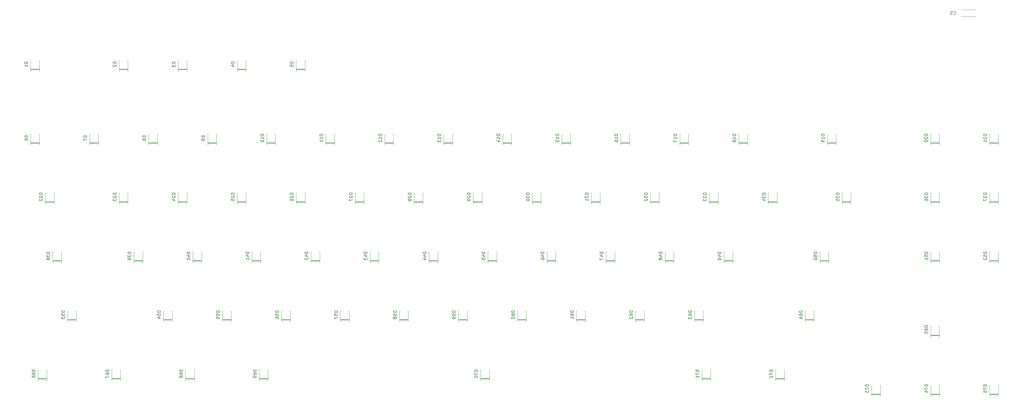
<source format=gbr>
%TF.GenerationSoftware,KiCad,Pcbnew,5.1.8*%
%TF.CreationDate,2021-03-07T21:10:39-03:00*%
%TF.ProjectId,undiscipline-noled,756e6469-7363-4697-906c-696e652d6e6f,rev?*%
%TF.SameCoordinates,Original*%
%TF.FileFunction,Legend,Bot*%
%TF.FilePolarity,Positive*%
%FSLAX46Y46*%
G04 Gerber Fmt 4.6, Leading zero omitted, Abs format (unit mm)*
G04 Created by KiCad (PCBNEW 5.1.8) date 2021-03-07 21:10:39*
%MOMM*%
%LPD*%
G01*
G04 APERTURE LIST*
%ADD10C,0.120000*%
%ADD11C,0.150000*%
G04 APERTURE END LIST*
D10*
%TO.C,D5*%
X130720000Y-79950000D02*
X127880000Y-79950000D01*
X130720000Y-79710000D02*
X127880000Y-79710000D01*
X130720000Y-79830000D02*
X127880000Y-79830000D01*
X127880000Y-76990000D02*
X128060000Y-76990000D01*
X127880000Y-80430000D02*
X127880000Y-76990000D01*
X128060000Y-80430000D02*
X127880000Y-80430000D01*
X130720000Y-76990000D02*
X130540000Y-76990000D01*
X130720000Y-80430000D02*
X130720000Y-76990000D01*
X130540000Y-80430000D02*
X130720000Y-80430000D01*
%TO.C,D4*%
X111720000Y-79950000D02*
X108880000Y-79950000D01*
X111720000Y-79710000D02*
X108880000Y-79710000D01*
X111720000Y-79830000D02*
X108880000Y-79830000D01*
X108880000Y-76990000D02*
X109060000Y-76990000D01*
X108880000Y-80430000D02*
X108880000Y-76990000D01*
X109060000Y-80430000D02*
X108880000Y-80430000D01*
X111720000Y-76990000D02*
X111540000Y-76990000D01*
X111720000Y-80430000D02*
X111720000Y-76990000D01*
X111540000Y-80430000D02*
X111720000Y-80430000D01*
%TO.C,D3*%
X92720000Y-79950000D02*
X89880000Y-79950000D01*
X92720000Y-79710000D02*
X89880000Y-79710000D01*
X92720000Y-79830000D02*
X89880000Y-79830000D01*
X89880000Y-76990000D02*
X90060000Y-76990000D01*
X89880000Y-80430000D02*
X89880000Y-76990000D01*
X90060000Y-80430000D02*
X89880000Y-80430000D01*
X92720000Y-76990000D02*
X92540000Y-76990000D01*
X92720000Y-80430000D02*
X92720000Y-76990000D01*
X92540000Y-80430000D02*
X92720000Y-80430000D01*
%TO.C,D2*%
X73720000Y-79950000D02*
X70880000Y-79950000D01*
X73720000Y-79710000D02*
X70880000Y-79710000D01*
X73720000Y-79830000D02*
X70880000Y-79830000D01*
X70880000Y-76990000D02*
X71060000Y-76990000D01*
X70880000Y-80430000D02*
X70880000Y-76990000D01*
X71060000Y-80430000D02*
X70880000Y-80430000D01*
X73720000Y-76990000D02*
X73540000Y-76990000D01*
X73720000Y-80430000D02*
X73720000Y-76990000D01*
X73540000Y-80430000D02*
X73720000Y-80430000D01*
%TO.C,D1*%
X45220000Y-79950000D02*
X42380000Y-79950000D01*
X45220000Y-79710000D02*
X42380000Y-79710000D01*
X45220000Y-79830000D02*
X42380000Y-79830000D01*
X42380000Y-76990000D02*
X42560000Y-76990000D01*
X42380000Y-80430000D02*
X42380000Y-76990000D01*
X42560000Y-80430000D02*
X42380000Y-80430000D01*
X45220000Y-76990000D02*
X45040000Y-76990000D01*
X45220000Y-80430000D02*
X45220000Y-76990000D01*
X45040000Y-80430000D02*
X45220000Y-80430000D01*
%TO.C,D75*%
X353970000Y-184750000D02*
X351130000Y-184750000D01*
X353970000Y-184510000D02*
X351130000Y-184510000D01*
X353970000Y-184630000D02*
X351130000Y-184630000D01*
X351130000Y-181790000D02*
X351310000Y-181790000D01*
X351130000Y-185230000D02*
X351130000Y-181790000D01*
X351310000Y-185230000D02*
X351130000Y-185230000D01*
X353970000Y-181790000D02*
X353790000Y-181790000D01*
X353970000Y-185230000D02*
X353970000Y-181790000D01*
X353790000Y-185230000D02*
X353970000Y-185230000D01*
%TO.C,D74*%
X334970000Y-184750000D02*
X332130000Y-184750000D01*
X334970000Y-184510000D02*
X332130000Y-184510000D01*
X334970000Y-184630000D02*
X332130000Y-184630000D01*
X332130000Y-181790000D02*
X332310000Y-181790000D01*
X332130000Y-185230000D02*
X332130000Y-181790000D01*
X332310000Y-185230000D02*
X332130000Y-185230000D01*
X334970000Y-181790000D02*
X334790000Y-181790000D01*
X334970000Y-185230000D02*
X334970000Y-181790000D01*
X334790000Y-185230000D02*
X334970000Y-185230000D01*
%TO.C,D73*%
X315970000Y-184750000D02*
X313130000Y-184750000D01*
X315970000Y-184510000D02*
X313130000Y-184510000D01*
X315970000Y-184630000D02*
X313130000Y-184630000D01*
X313130000Y-181790000D02*
X313310000Y-181790000D01*
X313130000Y-185230000D02*
X313130000Y-181790000D01*
X313310000Y-185230000D02*
X313130000Y-185230000D01*
X315970000Y-181790000D02*
X315790000Y-181790000D01*
X315970000Y-185230000D02*
X315970000Y-181790000D01*
X315790000Y-185230000D02*
X315970000Y-185230000D01*
%TO.C,D72*%
X285095000Y-179700000D02*
X282255000Y-179700000D01*
X285095000Y-179460000D02*
X282255000Y-179460000D01*
X285095000Y-179580000D02*
X282255000Y-179580000D01*
X282255000Y-176740000D02*
X282435000Y-176740000D01*
X282255000Y-180180000D02*
X282255000Y-176740000D01*
X282435000Y-180180000D02*
X282255000Y-180180000D01*
X285095000Y-176740000D02*
X284915000Y-176740000D01*
X285095000Y-180180000D02*
X285095000Y-176740000D01*
X284915000Y-180180000D02*
X285095000Y-180180000D01*
%TO.C,D71*%
X261345000Y-179700000D02*
X258505000Y-179700000D01*
X261345000Y-179460000D02*
X258505000Y-179460000D01*
X261345000Y-179580000D02*
X258505000Y-179580000D01*
X258505000Y-176740000D02*
X258685000Y-176740000D01*
X258505000Y-180180000D02*
X258505000Y-176740000D01*
X258685000Y-180180000D02*
X258505000Y-180180000D01*
X261345000Y-176740000D02*
X261165000Y-176740000D01*
X261345000Y-180180000D02*
X261345000Y-176740000D01*
X261165000Y-180180000D02*
X261345000Y-180180000D01*
%TO.C,D70*%
X190095000Y-179700000D02*
X187255000Y-179700000D01*
X190095000Y-179460000D02*
X187255000Y-179460000D01*
X190095000Y-179580000D02*
X187255000Y-179580000D01*
X187255000Y-176740000D02*
X187435000Y-176740000D01*
X187255000Y-180180000D02*
X187255000Y-176740000D01*
X187435000Y-180180000D02*
X187255000Y-180180000D01*
X190095000Y-176740000D02*
X189915000Y-176740000D01*
X190095000Y-180180000D02*
X190095000Y-176740000D01*
X189915000Y-180180000D02*
X190095000Y-180180000D01*
%TO.C,D69*%
X118845000Y-179700000D02*
X116005000Y-179700000D01*
X118845000Y-179460000D02*
X116005000Y-179460000D01*
X118845000Y-179580000D02*
X116005000Y-179580000D01*
X116005000Y-176740000D02*
X116185000Y-176740000D01*
X116005000Y-180180000D02*
X116005000Y-176740000D01*
X116185000Y-180180000D02*
X116005000Y-180180000D01*
X118845000Y-176740000D02*
X118665000Y-176740000D01*
X118845000Y-180180000D02*
X118845000Y-176740000D01*
X118665000Y-180180000D02*
X118845000Y-180180000D01*
%TO.C,D68*%
X95095000Y-179700000D02*
X92255000Y-179700000D01*
X95095000Y-179460000D02*
X92255000Y-179460000D01*
X95095000Y-179580000D02*
X92255000Y-179580000D01*
X92255000Y-176740000D02*
X92435000Y-176740000D01*
X92255000Y-180180000D02*
X92255000Y-176740000D01*
X92435000Y-180180000D02*
X92255000Y-180180000D01*
X95095000Y-176740000D02*
X94915000Y-176740000D01*
X95095000Y-180180000D02*
X95095000Y-176740000D01*
X94915000Y-180180000D02*
X95095000Y-180180000D01*
%TO.C,D67*%
X71345000Y-179700000D02*
X68505000Y-179700000D01*
X71345000Y-179460000D02*
X68505000Y-179460000D01*
X71345000Y-179580000D02*
X68505000Y-179580000D01*
X68505000Y-176740000D02*
X68685000Y-176740000D01*
X68505000Y-180180000D02*
X68505000Y-176740000D01*
X68685000Y-180180000D02*
X68505000Y-180180000D01*
X71345000Y-176740000D02*
X71165000Y-176740000D01*
X71345000Y-180180000D02*
X71345000Y-176740000D01*
X71165000Y-180180000D02*
X71345000Y-180180000D01*
%TO.C,D66*%
X47595000Y-179700000D02*
X44755000Y-179700000D01*
X47595000Y-179460000D02*
X44755000Y-179460000D01*
X47595000Y-179580000D02*
X44755000Y-179580000D01*
X44755000Y-176740000D02*
X44935000Y-176740000D01*
X44755000Y-180180000D02*
X44755000Y-176740000D01*
X44935000Y-180180000D02*
X44755000Y-180180000D01*
X47595000Y-176740000D02*
X47415000Y-176740000D01*
X47595000Y-180180000D02*
X47595000Y-176740000D01*
X47415000Y-180180000D02*
X47595000Y-180180000D01*
%TO.C,D65*%
X334970000Y-165750000D02*
X332130000Y-165750000D01*
X334970000Y-165510000D02*
X332130000Y-165510000D01*
X334970000Y-165630000D02*
X332130000Y-165630000D01*
X332130000Y-162790000D02*
X332310000Y-162790000D01*
X332130000Y-166230000D02*
X332130000Y-162790000D01*
X332310000Y-166230000D02*
X332130000Y-166230000D01*
X334970000Y-162790000D02*
X334790000Y-162790000D01*
X334970000Y-166230000D02*
X334970000Y-162790000D01*
X334790000Y-166230000D02*
X334970000Y-166230000D01*
%TO.C,D64*%
X294595000Y-160700000D02*
X291755000Y-160700000D01*
X294595000Y-160460000D02*
X291755000Y-160460000D01*
X294595000Y-160580000D02*
X291755000Y-160580000D01*
X291755000Y-157740000D02*
X291935000Y-157740000D01*
X291755000Y-161180000D02*
X291755000Y-157740000D01*
X291935000Y-161180000D02*
X291755000Y-161180000D01*
X294595000Y-157740000D02*
X294415000Y-157740000D01*
X294595000Y-161180000D02*
X294595000Y-157740000D01*
X294415000Y-161180000D02*
X294595000Y-161180000D01*
%TO.C,D63*%
X258970000Y-160700000D02*
X256130000Y-160700000D01*
X258970000Y-160460000D02*
X256130000Y-160460000D01*
X258970000Y-160580000D02*
X256130000Y-160580000D01*
X256130000Y-157740000D02*
X256310000Y-157740000D01*
X256130000Y-161180000D02*
X256130000Y-157740000D01*
X256310000Y-161180000D02*
X256130000Y-161180000D01*
X258970000Y-157740000D02*
X258790000Y-157740000D01*
X258970000Y-161180000D02*
X258970000Y-157740000D01*
X258790000Y-161180000D02*
X258970000Y-161180000D01*
%TO.C,D62*%
X239970000Y-160700000D02*
X237130000Y-160700000D01*
X239970000Y-160460000D02*
X237130000Y-160460000D01*
X239970000Y-160580000D02*
X237130000Y-160580000D01*
X237130000Y-157740000D02*
X237310000Y-157740000D01*
X237130000Y-161180000D02*
X237130000Y-157740000D01*
X237310000Y-161180000D02*
X237130000Y-161180000D01*
X239970000Y-157740000D02*
X239790000Y-157740000D01*
X239970000Y-161180000D02*
X239970000Y-157740000D01*
X239790000Y-161180000D02*
X239970000Y-161180000D01*
%TO.C,D61*%
X220970000Y-160700000D02*
X218130000Y-160700000D01*
X220970000Y-160460000D02*
X218130000Y-160460000D01*
X220970000Y-160580000D02*
X218130000Y-160580000D01*
X218130000Y-157740000D02*
X218310000Y-157740000D01*
X218130000Y-161180000D02*
X218130000Y-157740000D01*
X218310000Y-161180000D02*
X218130000Y-161180000D01*
X220970000Y-157740000D02*
X220790000Y-157740000D01*
X220970000Y-161180000D02*
X220970000Y-157740000D01*
X220790000Y-161180000D02*
X220970000Y-161180000D01*
%TO.C,D60*%
X201970000Y-160700000D02*
X199130000Y-160700000D01*
X201970000Y-160460000D02*
X199130000Y-160460000D01*
X201970000Y-160580000D02*
X199130000Y-160580000D01*
X199130000Y-157740000D02*
X199310000Y-157740000D01*
X199130000Y-161180000D02*
X199130000Y-157740000D01*
X199310000Y-161180000D02*
X199130000Y-161180000D01*
X201970000Y-157740000D02*
X201790000Y-157740000D01*
X201970000Y-161180000D02*
X201970000Y-157740000D01*
X201790000Y-161180000D02*
X201970000Y-161180000D01*
%TO.C,D59*%
X182970000Y-160700000D02*
X180130000Y-160700000D01*
X182970000Y-160460000D02*
X180130000Y-160460000D01*
X182970000Y-160580000D02*
X180130000Y-160580000D01*
X180130000Y-157740000D02*
X180310000Y-157740000D01*
X180130000Y-161180000D02*
X180130000Y-157740000D01*
X180310000Y-161180000D02*
X180130000Y-161180000D01*
X182970000Y-157740000D02*
X182790000Y-157740000D01*
X182970000Y-161180000D02*
X182970000Y-157740000D01*
X182790000Y-161180000D02*
X182970000Y-161180000D01*
%TO.C,D58*%
X163970000Y-160700000D02*
X161130000Y-160700000D01*
X163970000Y-160460000D02*
X161130000Y-160460000D01*
X163970000Y-160580000D02*
X161130000Y-160580000D01*
X161130000Y-157740000D02*
X161310000Y-157740000D01*
X161130000Y-161180000D02*
X161130000Y-157740000D01*
X161310000Y-161180000D02*
X161130000Y-161180000D01*
X163970000Y-157740000D02*
X163790000Y-157740000D01*
X163970000Y-161180000D02*
X163970000Y-157740000D01*
X163790000Y-161180000D02*
X163970000Y-161180000D01*
%TO.C,D57*%
X144970000Y-160700000D02*
X142130000Y-160700000D01*
X144970000Y-160460000D02*
X142130000Y-160460000D01*
X144970000Y-160580000D02*
X142130000Y-160580000D01*
X142130000Y-157740000D02*
X142310000Y-157740000D01*
X142130000Y-161180000D02*
X142130000Y-157740000D01*
X142310000Y-161180000D02*
X142130000Y-161180000D01*
X144970000Y-157740000D02*
X144790000Y-157740000D01*
X144970000Y-161180000D02*
X144970000Y-157740000D01*
X144790000Y-161180000D02*
X144970000Y-161180000D01*
%TO.C,D56*%
X125970000Y-160700000D02*
X123130000Y-160700000D01*
X125970000Y-160460000D02*
X123130000Y-160460000D01*
X125970000Y-160580000D02*
X123130000Y-160580000D01*
X123130000Y-157740000D02*
X123310000Y-157740000D01*
X123130000Y-161180000D02*
X123130000Y-157740000D01*
X123310000Y-161180000D02*
X123130000Y-161180000D01*
X125970000Y-157740000D02*
X125790000Y-157740000D01*
X125970000Y-161180000D02*
X125970000Y-157740000D01*
X125790000Y-161180000D02*
X125970000Y-161180000D01*
%TO.C,D55*%
X106970000Y-160700000D02*
X104130000Y-160700000D01*
X106970000Y-160460000D02*
X104130000Y-160460000D01*
X106970000Y-160580000D02*
X104130000Y-160580000D01*
X104130000Y-157740000D02*
X104310000Y-157740000D01*
X104130000Y-161180000D02*
X104130000Y-157740000D01*
X104310000Y-161180000D02*
X104130000Y-161180000D01*
X106970000Y-157740000D02*
X106790000Y-157740000D01*
X106970000Y-161180000D02*
X106970000Y-157740000D01*
X106790000Y-161180000D02*
X106970000Y-161180000D01*
%TO.C,D54*%
X87970000Y-160700000D02*
X85130000Y-160700000D01*
X87970000Y-160460000D02*
X85130000Y-160460000D01*
X87970000Y-160580000D02*
X85130000Y-160580000D01*
X85130000Y-157740000D02*
X85310000Y-157740000D01*
X85130000Y-161180000D02*
X85130000Y-157740000D01*
X85310000Y-161180000D02*
X85130000Y-161180000D01*
X87970000Y-157740000D02*
X87790000Y-157740000D01*
X87970000Y-161180000D02*
X87970000Y-157740000D01*
X87790000Y-161180000D02*
X87970000Y-161180000D01*
%TO.C,D53*%
X57095000Y-160700000D02*
X54255000Y-160700000D01*
X57095000Y-160460000D02*
X54255000Y-160460000D01*
X57095000Y-160580000D02*
X54255000Y-160580000D01*
X54255000Y-157740000D02*
X54435000Y-157740000D01*
X54255000Y-161180000D02*
X54255000Y-157740000D01*
X54435000Y-161180000D02*
X54255000Y-161180000D01*
X57095000Y-157740000D02*
X56915000Y-157740000D01*
X57095000Y-161180000D02*
X57095000Y-157740000D01*
X56915000Y-161180000D02*
X57095000Y-161180000D01*
%TO.C,D52*%
X353970000Y-141700000D02*
X351130000Y-141700000D01*
X353970000Y-141460000D02*
X351130000Y-141460000D01*
X353970000Y-141580000D02*
X351130000Y-141580000D01*
X351130000Y-138740000D02*
X351310000Y-138740000D01*
X351130000Y-142180000D02*
X351130000Y-138740000D01*
X351310000Y-142180000D02*
X351130000Y-142180000D01*
X353970000Y-138740000D02*
X353790000Y-138740000D01*
X353970000Y-142180000D02*
X353970000Y-138740000D01*
X353790000Y-142180000D02*
X353970000Y-142180000D01*
%TO.C,D51*%
X334970000Y-141700000D02*
X332130000Y-141700000D01*
X334970000Y-141460000D02*
X332130000Y-141460000D01*
X334970000Y-141580000D02*
X332130000Y-141580000D01*
X332130000Y-138740000D02*
X332310000Y-138740000D01*
X332130000Y-142180000D02*
X332130000Y-138740000D01*
X332310000Y-142180000D02*
X332130000Y-142180000D01*
X334970000Y-138740000D02*
X334790000Y-138740000D01*
X334970000Y-142180000D02*
X334970000Y-138740000D01*
X334790000Y-142180000D02*
X334970000Y-142180000D01*
%TO.C,D50*%
X299345000Y-141700000D02*
X296505000Y-141700000D01*
X299345000Y-141460000D02*
X296505000Y-141460000D01*
X299345000Y-141580000D02*
X296505000Y-141580000D01*
X296505000Y-138740000D02*
X296685000Y-138740000D01*
X296505000Y-142180000D02*
X296505000Y-138740000D01*
X296685000Y-142180000D02*
X296505000Y-142180000D01*
X299345000Y-138740000D02*
X299165000Y-138740000D01*
X299345000Y-142180000D02*
X299345000Y-138740000D01*
X299165000Y-142180000D02*
X299345000Y-142180000D01*
%TO.C,D49*%
X268470000Y-141700000D02*
X265630000Y-141700000D01*
X268470000Y-141460000D02*
X265630000Y-141460000D01*
X268470000Y-141580000D02*
X265630000Y-141580000D01*
X265630000Y-138740000D02*
X265810000Y-138740000D01*
X265630000Y-142180000D02*
X265630000Y-138740000D01*
X265810000Y-142180000D02*
X265630000Y-142180000D01*
X268470000Y-138740000D02*
X268290000Y-138740000D01*
X268470000Y-142180000D02*
X268470000Y-138740000D01*
X268290000Y-142180000D02*
X268470000Y-142180000D01*
%TO.C,D48*%
X249470000Y-141700000D02*
X246630000Y-141700000D01*
X249470000Y-141460000D02*
X246630000Y-141460000D01*
X249470000Y-141580000D02*
X246630000Y-141580000D01*
X246630000Y-138740000D02*
X246810000Y-138740000D01*
X246630000Y-142180000D02*
X246630000Y-138740000D01*
X246810000Y-142180000D02*
X246630000Y-142180000D01*
X249470000Y-138740000D02*
X249290000Y-138740000D01*
X249470000Y-142180000D02*
X249470000Y-138740000D01*
X249290000Y-142180000D02*
X249470000Y-142180000D01*
%TO.C,D47*%
X230470000Y-141700000D02*
X227630000Y-141700000D01*
X230470000Y-141460000D02*
X227630000Y-141460000D01*
X230470000Y-141580000D02*
X227630000Y-141580000D01*
X227630000Y-138740000D02*
X227810000Y-138740000D01*
X227630000Y-142180000D02*
X227630000Y-138740000D01*
X227810000Y-142180000D02*
X227630000Y-142180000D01*
X230470000Y-138740000D02*
X230290000Y-138740000D01*
X230470000Y-142180000D02*
X230470000Y-138740000D01*
X230290000Y-142180000D02*
X230470000Y-142180000D01*
%TO.C,D46*%
X211470000Y-141700000D02*
X208630000Y-141700000D01*
X211470000Y-141460000D02*
X208630000Y-141460000D01*
X211470000Y-141580000D02*
X208630000Y-141580000D01*
X208630000Y-138740000D02*
X208810000Y-138740000D01*
X208630000Y-142180000D02*
X208630000Y-138740000D01*
X208810000Y-142180000D02*
X208630000Y-142180000D01*
X211470000Y-138740000D02*
X211290000Y-138740000D01*
X211470000Y-142180000D02*
X211470000Y-138740000D01*
X211290000Y-142180000D02*
X211470000Y-142180000D01*
%TO.C,D45*%
X192470000Y-141700000D02*
X189630000Y-141700000D01*
X192470000Y-141460000D02*
X189630000Y-141460000D01*
X192470000Y-141580000D02*
X189630000Y-141580000D01*
X189630000Y-138740000D02*
X189810000Y-138740000D01*
X189630000Y-142180000D02*
X189630000Y-138740000D01*
X189810000Y-142180000D02*
X189630000Y-142180000D01*
X192470000Y-138740000D02*
X192290000Y-138740000D01*
X192470000Y-142180000D02*
X192470000Y-138740000D01*
X192290000Y-142180000D02*
X192470000Y-142180000D01*
%TO.C,D44*%
X173470000Y-141700000D02*
X170630000Y-141700000D01*
X173470000Y-141460000D02*
X170630000Y-141460000D01*
X173470000Y-141580000D02*
X170630000Y-141580000D01*
X170630000Y-138740000D02*
X170810000Y-138740000D01*
X170630000Y-142180000D02*
X170630000Y-138740000D01*
X170810000Y-142180000D02*
X170630000Y-142180000D01*
X173470000Y-138740000D02*
X173290000Y-138740000D01*
X173470000Y-142180000D02*
X173470000Y-138740000D01*
X173290000Y-142180000D02*
X173470000Y-142180000D01*
%TO.C,D43*%
X154470000Y-141700000D02*
X151630000Y-141700000D01*
X154470000Y-141460000D02*
X151630000Y-141460000D01*
X154470000Y-141580000D02*
X151630000Y-141580000D01*
X151630000Y-138740000D02*
X151810000Y-138740000D01*
X151630000Y-142180000D02*
X151630000Y-138740000D01*
X151810000Y-142180000D02*
X151630000Y-142180000D01*
X154470000Y-138740000D02*
X154290000Y-138740000D01*
X154470000Y-142180000D02*
X154470000Y-138740000D01*
X154290000Y-142180000D02*
X154470000Y-142180000D01*
%TO.C,D42*%
X135470000Y-141700000D02*
X132630000Y-141700000D01*
X135470000Y-141460000D02*
X132630000Y-141460000D01*
X135470000Y-141580000D02*
X132630000Y-141580000D01*
X132630000Y-138740000D02*
X132810000Y-138740000D01*
X132630000Y-142180000D02*
X132630000Y-138740000D01*
X132810000Y-142180000D02*
X132630000Y-142180000D01*
X135470000Y-138740000D02*
X135290000Y-138740000D01*
X135470000Y-142180000D02*
X135470000Y-138740000D01*
X135290000Y-142180000D02*
X135470000Y-142180000D01*
%TO.C,D41*%
X116470000Y-141700000D02*
X113630000Y-141700000D01*
X116470000Y-141460000D02*
X113630000Y-141460000D01*
X116470000Y-141580000D02*
X113630000Y-141580000D01*
X113630000Y-138740000D02*
X113810000Y-138740000D01*
X113630000Y-142180000D02*
X113630000Y-138740000D01*
X113810000Y-142180000D02*
X113630000Y-142180000D01*
X116470000Y-138740000D02*
X116290000Y-138740000D01*
X116470000Y-142180000D02*
X116470000Y-138740000D01*
X116290000Y-142180000D02*
X116470000Y-142180000D01*
%TO.C,D40*%
X97470000Y-141700000D02*
X94630000Y-141700000D01*
X97470000Y-141460000D02*
X94630000Y-141460000D01*
X97470000Y-141580000D02*
X94630000Y-141580000D01*
X94630000Y-138740000D02*
X94810000Y-138740000D01*
X94630000Y-142180000D02*
X94630000Y-138740000D01*
X94810000Y-142180000D02*
X94630000Y-142180000D01*
X97470000Y-138740000D02*
X97290000Y-138740000D01*
X97470000Y-142180000D02*
X97470000Y-138740000D01*
X97290000Y-142180000D02*
X97470000Y-142180000D01*
%TO.C,D39*%
X78470000Y-141700000D02*
X75630000Y-141700000D01*
X78470000Y-141460000D02*
X75630000Y-141460000D01*
X78470000Y-141580000D02*
X75630000Y-141580000D01*
X75630000Y-138740000D02*
X75810000Y-138740000D01*
X75630000Y-142180000D02*
X75630000Y-138740000D01*
X75810000Y-142180000D02*
X75630000Y-142180000D01*
X78470000Y-138740000D02*
X78290000Y-138740000D01*
X78470000Y-142180000D02*
X78470000Y-138740000D01*
X78290000Y-142180000D02*
X78470000Y-142180000D01*
%TO.C,D38*%
X52345000Y-141700000D02*
X49505000Y-141700000D01*
X52345000Y-141460000D02*
X49505000Y-141460000D01*
X52345000Y-141580000D02*
X49505000Y-141580000D01*
X49505000Y-138740000D02*
X49685000Y-138740000D01*
X49505000Y-142180000D02*
X49505000Y-138740000D01*
X49685000Y-142180000D02*
X49505000Y-142180000D01*
X52345000Y-138740000D02*
X52165000Y-138740000D01*
X52345000Y-142180000D02*
X52345000Y-138740000D01*
X52165000Y-142180000D02*
X52345000Y-142180000D01*
%TO.C,D37*%
X353970000Y-122700000D02*
X351130000Y-122700000D01*
X353970000Y-122460000D02*
X351130000Y-122460000D01*
X353970000Y-122580000D02*
X351130000Y-122580000D01*
X351130000Y-119740000D02*
X351310000Y-119740000D01*
X351130000Y-123180000D02*
X351130000Y-119740000D01*
X351310000Y-123180000D02*
X351130000Y-123180000D01*
X353970000Y-119740000D02*
X353790000Y-119740000D01*
X353970000Y-123180000D02*
X353970000Y-119740000D01*
X353790000Y-123180000D02*
X353970000Y-123180000D01*
%TO.C,D36*%
X334970000Y-122700000D02*
X332130000Y-122700000D01*
X334970000Y-122460000D02*
X332130000Y-122460000D01*
X334970000Y-122580000D02*
X332130000Y-122580000D01*
X332130000Y-119740000D02*
X332310000Y-119740000D01*
X332130000Y-123180000D02*
X332130000Y-119740000D01*
X332310000Y-123180000D02*
X332130000Y-123180000D01*
X334970000Y-119740000D02*
X334790000Y-119740000D01*
X334970000Y-123180000D02*
X334970000Y-119740000D01*
X334790000Y-123180000D02*
X334970000Y-123180000D01*
%TO.C,D35*%
X306470000Y-122700000D02*
X303630000Y-122700000D01*
X306470000Y-122460000D02*
X303630000Y-122460000D01*
X306470000Y-122580000D02*
X303630000Y-122580000D01*
X303630000Y-119740000D02*
X303810000Y-119740000D01*
X303630000Y-123180000D02*
X303630000Y-119740000D01*
X303810000Y-123180000D02*
X303630000Y-123180000D01*
X306470000Y-119740000D02*
X306290000Y-119740000D01*
X306470000Y-123180000D02*
X306470000Y-119740000D01*
X306290000Y-123180000D02*
X306470000Y-123180000D01*
%TO.C,D34*%
X282720000Y-122700000D02*
X279880000Y-122700000D01*
X282720000Y-122460000D02*
X279880000Y-122460000D01*
X282720000Y-122580000D02*
X279880000Y-122580000D01*
X279880000Y-119740000D02*
X280060000Y-119740000D01*
X279880000Y-123180000D02*
X279880000Y-119740000D01*
X280060000Y-123180000D02*
X279880000Y-123180000D01*
X282720000Y-119740000D02*
X282540000Y-119740000D01*
X282720000Y-123180000D02*
X282720000Y-119740000D01*
X282540000Y-123180000D02*
X282720000Y-123180000D01*
%TO.C,D33*%
X263720000Y-122700000D02*
X260880000Y-122700000D01*
X263720000Y-122460000D02*
X260880000Y-122460000D01*
X263720000Y-122580000D02*
X260880000Y-122580000D01*
X260880000Y-119740000D02*
X261060000Y-119740000D01*
X260880000Y-123180000D02*
X260880000Y-119740000D01*
X261060000Y-123180000D02*
X260880000Y-123180000D01*
X263720000Y-119740000D02*
X263540000Y-119740000D01*
X263720000Y-123180000D02*
X263720000Y-119740000D01*
X263540000Y-123180000D02*
X263720000Y-123180000D01*
%TO.C,D32*%
X244720000Y-122700000D02*
X241880000Y-122700000D01*
X244720000Y-122460000D02*
X241880000Y-122460000D01*
X244720000Y-122580000D02*
X241880000Y-122580000D01*
X241880000Y-119740000D02*
X242060000Y-119740000D01*
X241880000Y-123180000D02*
X241880000Y-119740000D01*
X242060000Y-123180000D02*
X241880000Y-123180000D01*
X244720000Y-119740000D02*
X244540000Y-119740000D01*
X244720000Y-123180000D02*
X244720000Y-119740000D01*
X244540000Y-123180000D02*
X244720000Y-123180000D01*
%TO.C,D31*%
X225720000Y-122700000D02*
X222880000Y-122700000D01*
X225720000Y-122460000D02*
X222880000Y-122460000D01*
X225720000Y-122580000D02*
X222880000Y-122580000D01*
X222880000Y-119740000D02*
X223060000Y-119740000D01*
X222880000Y-123180000D02*
X222880000Y-119740000D01*
X223060000Y-123180000D02*
X222880000Y-123180000D01*
X225720000Y-119740000D02*
X225540000Y-119740000D01*
X225720000Y-123180000D02*
X225720000Y-119740000D01*
X225540000Y-123180000D02*
X225720000Y-123180000D01*
%TO.C,D30*%
X206720000Y-122700000D02*
X203880000Y-122700000D01*
X206720000Y-122460000D02*
X203880000Y-122460000D01*
X206720000Y-122580000D02*
X203880000Y-122580000D01*
X203880000Y-119740000D02*
X204060000Y-119740000D01*
X203880000Y-123180000D02*
X203880000Y-119740000D01*
X204060000Y-123180000D02*
X203880000Y-123180000D01*
X206720000Y-119740000D02*
X206540000Y-119740000D01*
X206720000Y-123180000D02*
X206720000Y-119740000D01*
X206540000Y-123180000D02*
X206720000Y-123180000D01*
%TO.C,D29*%
X187720000Y-122700000D02*
X184880000Y-122700000D01*
X187720000Y-122460000D02*
X184880000Y-122460000D01*
X187720000Y-122580000D02*
X184880000Y-122580000D01*
X184880000Y-119740000D02*
X185060000Y-119740000D01*
X184880000Y-123180000D02*
X184880000Y-119740000D01*
X185060000Y-123180000D02*
X184880000Y-123180000D01*
X187720000Y-119740000D02*
X187540000Y-119740000D01*
X187720000Y-123180000D02*
X187720000Y-119740000D01*
X187540000Y-123180000D02*
X187720000Y-123180000D01*
%TO.C,D28*%
X168720000Y-122700000D02*
X165880000Y-122700000D01*
X168720000Y-122460000D02*
X165880000Y-122460000D01*
X168720000Y-122580000D02*
X165880000Y-122580000D01*
X165880000Y-119740000D02*
X166060000Y-119740000D01*
X165880000Y-123180000D02*
X165880000Y-119740000D01*
X166060000Y-123180000D02*
X165880000Y-123180000D01*
X168720000Y-119740000D02*
X168540000Y-119740000D01*
X168720000Y-123180000D02*
X168720000Y-119740000D01*
X168540000Y-123180000D02*
X168720000Y-123180000D01*
%TO.C,D27*%
X149720000Y-122700000D02*
X146880000Y-122700000D01*
X149720000Y-122460000D02*
X146880000Y-122460000D01*
X149720000Y-122580000D02*
X146880000Y-122580000D01*
X146880000Y-119740000D02*
X147060000Y-119740000D01*
X146880000Y-123180000D02*
X146880000Y-119740000D01*
X147060000Y-123180000D02*
X146880000Y-123180000D01*
X149720000Y-119740000D02*
X149540000Y-119740000D01*
X149720000Y-123180000D02*
X149720000Y-119740000D01*
X149540000Y-123180000D02*
X149720000Y-123180000D01*
%TO.C,D26*%
X130720000Y-122700000D02*
X127880000Y-122700000D01*
X130720000Y-122460000D02*
X127880000Y-122460000D01*
X130720000Y-122580000D02*
X127880000Y-122580000D01*
X127880000Y-119740000D02*
X128060000Y-119740000D01*
X127880000Y-123180000D02*
X127880000Y-119740000D01*
X128060000Y-123180000D02*
X127880000Y-123180000D01*
X130720000Y-119740000D02*
X130540000Y-119740000D01*
X130720000Y-123180000D02*
X130720000Y-119740000D01*
X130540000Y-123180000D02*
X130720000Y-123180000D01*
%TO.C,D25*%
X111720000Y-122700000D02*
X108880000Y-122700000D01*
X111720000Y-122460000D02*
X108880000Y-122460000D01*
X111720000Y-122580000D02*
X108880000Y-122580000D01*
X108880000Y-119740000D02*
X109060000Y-119740000D01*
X108880000Y-123180000D02*
X108880000Y-119740000D01*
X109060000Y-123180000D02*
X108880000Y-123180000D01*
X111720000Y-119740000D02*
X111540000Y-119740000D01*
X111720000Y-123180000D02*
X111720000Y-119740000D01*
X111540000Y-123180000D02*
X111720000Y-123180000D01*
%TO.C,D24*%
X92720000Y-122700000D02*
X89880000Y-122700000D01*
X92720000Y-122460000D02*
X89880000Y-122460000D01*
X92720000Y-122580000D02*
X89880000Y-122580000D01*
X89880000Y-119740000D02*
X90060000Y-119740000D01*
X89880000Y-123180000D02*
X89880000Y-119740000D01*
X90060000Y-123180000D02*
X89880000Y-123180000D01*
X92720000Y-119740000D02*
X92540000Y-119740000D01*
X92720000Y-123180000D02*
X92720000Y-119740000D01*
X92540000Y-123180000D02*
X92720000Y-123180000D01*
%TO.C,D23*%
X73720000Y-122700000D02*
X70880000Y-122700000D01*
X73720000Y-122460000D02*
X70880000Y-122460000D01*
X73720000Y-122580000D02*
X70880000Y-122580000D01*
X70880000Y-119740000D02*
X71060000Y-119740000D01*
X70880000Y-123180000D02*
X70880000Y-119740000D01*
X71060000Y-123180000D02*
X70880000Y-123180000D01*
X73720000Y-119740000D02*
X73540000Y-119740000D01*
X73720000Y-123180000D02*
X73720000Y-119740000D01*
X73540000Y-123180000D02*
X73720000Y-123180000D01*
%TO.C,D22*%
X49970000Y-122700000D02*
X47130000Y-122700000D01*
X49970000Y-122460000D02*
X47130000Y-122460000D01*
X49970000Y-122580000D02*
X47130000Y-122580000D01*
X47130000Y-119740000D02*
X47310000Y-119740000D01*
X47130000Y-123180000D02*
X47130000Y-119740000D01*
X47310000Y-123180000D02*
X47130000Y-123180000D01*
X49970000Y-119740000D02*
X49790000Y-119740000D01*
X49970000Y-123180000D02*
X49970000Y-119740000D01*
X49790000Y-123180000D02*
X49970000Y-123180000D01*
%TO.C,D21*%
X353970000Y-103700000D02*
X351130000Y-103700000D01*
X353970000Y-103460000D02*
X351130000Y-103460000D01*
X353970000Y-103580000D02*
X351130000Y-103580000D01*
X351130000Y-100740000D02*
X351310000Y-100740000D01*
X351130000Y-104180000D02*
X351130000Y-100740000D01*
X351310000Y-104180000D02*
X351130000Y-104180000D01*
X353970000Y-100740000D02*
X353790000Y-100740000D01*
X353970000Y-104180000D02*
X353970000Y-100740000D01*
X353790000Y-104180000D02*
X353970000Y-104180000D01*
%TO.C,D20*%
X334970000Y-103700000D02*
X332130000Y-103700000D01*
X334970000Y-103460000D02*
X332130000Y-103460000D01*
X334970000Y-103580000D02*
X332130000Y-103580000D01*
X332130000Y-100740000D02*
X332310000Y-100740000D01*
X332130000Y-104180000D02*
X332130000Y-100740000D01*
X332310000Y-104180000D02*
X332130000Y-104180000D01*
X334970000Y-100740000D02*
X334790000Y-100740000D01*
X334970000Y-104180000D02*
X334970000Y-100740000D01*
X334790000Y-104180000D02*
X334970000Y-104180000D01*
%TO.C,D19*%
X301720000Y-103700000D02*
X298880000Y-103700000D01*
X301720000Y-103460000D02*
X298880000Y-103460000D01*
X301720000Y-103580000D02*
X298880000Y-103580000D01*
X298880000Y-100740000D02*
X299060000Y-100740000D01*
X298880000Y-104180000D02*
X298880000Y-100740000D01*
X299060000Y-104180000D02*
X298880000Y-104180000D01*
X301720000Y-100740000D02*
X301540000Y-100740000D01*
X301720000Y-104180000D02*
X301720000Y-100740000D01*
X301540000Y-104180000D02*
X301720000Y-104180000D01*
%TO.C,D18*%
X273220000Y-103700000D02*
X270380000Y-103700000D01*
X273220000Y-103460000D02*
X270380000Y-103460000D01*
X273220000Y-103580000D02*
X270380000Y-103580000D01*
X270380000Y-100740000D02*
X270560000Y-100740000D01*
X270380000Y-104180000D02*
X270380000Y-100740000D01*
X270560000Y-104180000D02*
X270380000Y-104180000D01*
X273220000Y-100740000D02*
X273040000Y-100740000D01*
X273220000Y-104180000D02*
X273220000Y-100740000D01*
X273040000Y-104180000D02*
X273220000Y-104180000D01*
%TO.C,D17*%
X254220000Y-103700000D02*
X251380000Y-103700000D01*
X254220000Y-103460000D02*
X251380000Y-103460000D01*
X254220000Y-103580000D02*
X251380000Y-103580000D01*
X251380000Y-100740000D02*
X251560000Y-100740000D01*
X251380000Y-104180000D02*
X251380000Y-100740000D01*
X251560000Y-104180000D02*
X251380000Y-104180000D01*
X254220000Y-100740000D02*
X254040000Y-100740000D01*
X254220000Y-104180000D02*
X254220000Y-100740000D01*
X254040000Y-104180000D02*
X254220000Y-104180000D01*
%TO.C,D16*%
X235220000Y-103700000D02*
X232380000Y-103700000D01*
X235220000Y-103460000D02*
X232380000Y-103460000D01*
X235220000Y-103580000D02*
X232380000Y-103580000D01*
X232380000Y-100740000D02*
X232560000Y-100740000D01*
X232380000Y-104180000D02*
X232380000Y-100740000D01*
X232560000Y-104180000D02*
X232380000Y-104180000D01*
X235220000Y-100740000D02*
X235040000Y-100740000D01*
X235220000Y-104180000D02*
X235220000Y-100740000D01*
X235040000Y-104180000D02*
X235220000Y-104180000D01*
%TO.C,D15*%
X216220000Y-103700000D02*
X213380000Y-103700000D01*
X216220000Y-103460000D02*
X213380000Y-103460000D01*
X216220000Y-103580000D02*
X213380000Y-103580000D01*
X213380000Y-100740000D02*
X213560000Y-100740000D01*
X213380000Y-104180000D02*
X213380000Y-100740000D01*
X213560000Y-104180000D02*
X213380000Y-104180000D01*
X216220000Y-100740000D02*
X216040000Y-100740000D01*
X216220000Y-104180000D02*
X216220000Y-100740000D01*
X216040000Y-104180000D02*
X216220000Y-104180000D01*
%TO.C,D14*%
X197220000Y-103700000D02*
X194380000Y-103700000D01*
X197220000Y-103460000D02*
X194380000Y-103460000D01*
X197220000Y-103580000D02*
X194380000Y-103580000D01*
X194380000Y-100740000D02*
X194560000Y-100740000D01*
X194380000Y-104180000D02*
X194380000Y-100740000D01*
X194560000Y-104180000D02*
X194380000Y-104180000D01*
X197220000Y-100740000D02*
X197040000Y-100740000D01*
X197220000Y-104180000D02*
X197220000Y-100740000D01*
X197040000Y-104180000D02*
X197220000Y-104180000D01*
%TO.C,D13*%
X178220000Y-103700000D02*
X175380000Y-103700000D01*
X178220000Y-103460000D02*
X175380000Y-103460000D01*
X178220000Y-103580000D02*
X175380000Y-103580000D01*
X175380000Y-100740000D02*
X175560000Y-100740000D01*
X175380000Y-104180000D02*
X175380000Y-100740000D01*
X175560000Y-104180000D02*
X175380000Y-104180000D01*
X178220000Y-100740000D02*
X178040000Y-100740000D01*
X178220000Y-104180000D02*
X178220000Y-100740000D01*
X178040000Y-104180000D02*
X178220000Y-104180000D01*
%TO.C,D12*%
X159220000Y-103700000D02*
X156380000Y-103700000D01*
X159220000Y-103460000D02*
X156380000Y-103460000D01*
X159220000Y-103580000D02*
X156380000Y-103580000D01*
X156380000Y-100740000D02*
X156560000Y-100740000D01*
X156380000Y-104180000D02*
X156380000Y-100740000D01*
X156560000Y-104180000D02*
X156380000Y-104180000D01*
X159220000Y-100740000D02*
X159040000Y-100740000D01*
X159220000Y-104180000D02*
X159220000Y-100740000D01*
X159040000Y-104180000D02*
X159220000Y-104180000D01*
%TO.C,D11*%
X140220000Y-103700000D02*
X137380000Y-103700000D01*
X140220000Y-103460000D02*
X137380000Y-103460000D01*
X140220000Y-103580000D02*
X137380000Y-103580000D01*
X137380000Y-100740000D02*
X137560000Y-100740000D01*
X137380000Y-104180000D02*
X137380000Y-100740000D01*
X137560000Y-104180000D02*
X137380000Y-104180000D01*
X140220000Y-100740000D02*
X140040000Y-100740000D01*
X140220000Y-104180000D02*
X140220000Y-100740000D01*
X140040000Y-104180000D02*
X140220000Y-104180000D01*
%TO.C,D10*%
X121220000Y-103700000D02*
X118380000Y-103700000D01*
X121220000Y-103460000D02*
X118380000Y-103460000D01*
X121220000Y-103580000D02*
X118380000Y-103580000D01*
X118380000Y-100740000D02*
X118560000Y-100740000D01*
X118380000Y-104180000D02*
X118380000Y-100740000D01*
X118560000Y-104180000D02*
X118380000Y-104180000D01*
X121220000Y-100740000D02*
X121040000Y-100740000D01*
X121220000Y-104180000D02*
X121220000Y-100740000D01*
X121040000Y-104180000D02*
X121220000Y-104180000D01*
%TO.C,D9*%
X102220000Y-103700000D02*
X99380000Y-103700000D01*
X102220000Y-103460000D02*
X99380000Y-103460000D01*
X102220000Y-103580000D02*
X99380000Y-103580000D01*
X99380000Y-100740000D02*
X99560000Y-100740000D01*
X99380000Y-104180000D02*
X99380000Y-100740000D01*
X99560000Y-104180000D02*
X99380000Y-104180000D01*
X102220000Y-100740000D02*
X102040000Y-100740000D01*
X102220000Y-104180000D02*
X102220000Y-100740000D01*
X102040000Y-104180000D02*
X102220000Y-104180000D01*
%TO.C,D8*%
X83220000Y-103700000D02*
X80380000Y-103700000D01*
X83220000Y-103460000D02*
X80380000Y-103460000D01*
X83220000Y-103580000D02*
X80380000Y-103580000D01*
X80380000Y-100740000D02*
X80560000Y-100740000D01*
X80380000Y-104180000D02*
X80380000Y-100740000D01*
X80560000Y-104180000D02*
X80380000Y-104180000D01*
X83220000Y-100740000D02*
X83040000Y-100740000D01*
X83220000Y-104180000D02*
X83220000Y-100740000D01*
X83040000Y-104180000D02*
X83220000Y-104180000D01*
%TO.C,D7*%
X64220000Y-103700000D02*
X61380000Y-103700000D01*
X64220000Y-103460000D02*
X61380000Y-103460000D01*
X64220000Y-103580000D02*
X61380000Y-103580000D01*
X61380000Y-100740000D02*
X61560000Y-100740000D01*
X61380000Y-104180000D02*
X61380000Y-100740000D01*
X61560000Y-104180000D02*
X61380000Y-104180000D01*
X64220000Y-100740000D02*
X64040000Y-100740000D01*
X64220000Y-104180000D02*
X64220000Y-100740000D01*
X64040000Y-104180000D02*
X64220000Y-104180000D01*
%TO.C,D6*%
X45220000Y-103700000D02*
X42380000Y-103700000D01*
X45220000Y-103460000D02*
X42380000Y-103460000D01*
X45220000Y-103580000D02*
X42380000Y-103580000D01*
X42380000Y-100740000D02*
X42560000Y-100740000D01*
X42380000Y-104180000D02*
X42380000Y-100740000D01*
X42560000Y-104180000D02*
X42380000Y-104180000D01*
X45220000Y-100740000D02*
X45040000Y-100740000D01*
X45220000Y-104180000D02*
X45220000Y-100740000D01*
X45040000Y-104180000D02*
X45220000Y-104180000D01*
%TO.C,C5*%
X346654000Y-60667000D02*
X346654000Y-60652000D01*
X346654000Y-62792000D02*
X346654000Y-62777000D01*
X342114000Y-60667000D02*
X342114000Y-60652000D01*
X342114000Y-62792000D02*
X342114000Y-62777000D01*
X342114000Y-60652000D02*
X346654000Y-60652000D01*
X342114000Y-62792000D02*
X346654000Y-62792000D01*
%TO.C,D5*%
D11*
X126952380Y-77511904D02*
X125952380Y-77511904D01*
X125952380Y-77750000D01*
X126000000Y-77892857D01*
X126095238Y-77988095D01*
X126190476Y-78035714D01*
X126380952Y-78083333D01*
X126523809Y-78083333D01*
X126714285Y-78035714D01*
X126809523Y-77988095D01*
X126904761Y-77892857D01*
X126952380Y-77750000D01*
X126952380Y-77511904D01*
X125952380Y-78988095D02*
X125952380Y-78511904D01*
X126428571Y-78464285D01*
X126380952Y-78511904D01*
X126333333Y-78607142D01*
X126333333Y-78845238D01*
X126380952Y-78940476D01*
X126428571Y-78988095D01*
X126523809Y-79035714D01*
X126761904Y-79035714D01*
X126857142Y-78988095D01*
X126904761Y-78940476D01*
X126952380Y-78845238D01*
X126952380Y-78607142D01*
X126904761Y-78511904D01*
X126857142Y-78464285D01*
%TO.C,D4*%
X107952380Y-77511904D02*
X106952380Y-77511904D01*
X106952380Y-77750000D01*
X107000000Y-77892857D01*
X107095238Y-77988095D01*
X107190476Y-78035714D01*
X107380952Y-78083333D01*
X107523809Y-78083333D01*
X107714285Y-78035714D01*
X107809523Y-77988095D01*
X107904761Y-77892857D01*
X107952380Y-77750000D01*
X107952380Y-77511904D01*
X107285714Y-78940476D02*
X107952380Y-78940476D01*
X106904761Y-78702380D02*
X107619047Y-78464285D01*
X107619047Y-79083333D01*
%TO.C,D3*%
X88952380Y-77511904D02*
X87952380Y-77511904D01*
X87952380Y-77750000D01*
X88000000Y-77892857D01*
X88095238Y-77988095D01*
X88190476Y-78035714D01*
X88380952Y-78083333D01*
X88523809Y-78083333D01*
X88714285Y-78035714D01*
X88809523Y-77988095D01*
X88904761Y-77892857D01*
X88952380Y-77750000D01*
X88952380Y-77511904D01*
X87952380Y-78416666D02*
X87952380Y-79035714D01*
X88333333Y-78702380D01*
X88333333Y-78845238D01*
X88380952Y-78940476D01*
X88428571Y-78988095D01*
X88523809Y-79035714D01*
X88761904Y-79035714D01*
X88857142Y-78988095D01*
X88904761Y-78940476D01*
X88952380Y-78845238D01*
X88952380Y-78559523D01*
X88904761Y-78464285D01*
X88857142Y-78416666D01*
%TO.C,D2*%
X69952380Y-77511904D02*
X68952380Y-77511904D01*
X68952380Y-77750000D01*
X69000000Y-77892857D01*
X69095238Y-77988095D01*
X69190476Y-78035714D01*
X69380952Y-78083333D01*
X69523809Y-78083333D01*
X69714285Y-78035714D01*
X69809523Y-77988095D01*
X69904761Y-77892857D01*
X69952380Y-77750000D01*
X69952380Y-77511904D01*
X69047619Y-78464285D02*
X69000000Y-78511904D01*
X68952380Y-78607142D01*
X68952380Y-78845238D01*
X69000000Y-78940476D01*
X69047619Y-78988095D01*
X69142857Y-79035714D01*
X69238095Y-79035714D01*
X69380952Y-78988095D01*
X69952380Y-78416666D01*
X69952380Y-79035714D01*
%TO.C,D1*%
X41452380Y-77511904D02*
X40452380Y-77511904D01*
X40452380Y-77750000D01*
X40500000Y-77892857D01*
X40595238Y-77988095D01*
X40690476Y-78035714D01*
X40880952Y-78083333D01*
X41023809Y-78083333D01*
X41214285Y-78035714D01*
X41309523Y-77988095D01*
X41404761Y-77892857D01*
X41452380Y-77750000D01*
X41452380Y-77511904D01*
X41452380Y-79035714D02*
X41452380Y-78464285D01*
X41452380Y-78750000D02*
X40452380Y-78750000D01*
X40595238Y-78654761D01*
X40690476Y-78559523D01*
X40738095Y-78464285D01*
%TO.C,D75*%
X350202380Y-181535714D02*
X349202380Y-181535714D01*
X349202380Y-181773809D01*
X349250000Y-181916666D01*
X349345238Y-182011904D01*
X349440476Y-182059523D01*
X349630952Y-182107142D01*
X349773809Y-182107142D01*
X349964285Y-182059523D01*
X350059523Y-182011904D01*
X350154761Y-181916666D01*
X350202380Y-181773809D01*
X350202380Y-181535714D01*
X349202380Y-182440476D02*
X349202380Y-183107142D01*
X350202380Y-182678571D01*
X349202380Y-183964285D02*
X349202380Y-183488095D01*
X349678571Y-183440476D01*
X349630952Y-183488095D01*
X349583333Y-183583333D01*
X349583333Y-183821428D01*
X349630952Y-183916666D01*
X349678571Y-183964285D01*
X349773809Y-184011904D01*
X350011904Y-184011904D01*
X350107142Y-183964285D01*
X350154761Y-183916666D01*
X350202380Y-183821428D01*
X350202380Y-183583333D01*
X350154761Y-183488095D01*
X350107142Y-183440476D01*
%TO.C,D74*%
X331202380Y-181535714D02*
X330202380Y-181535714D01*
X330202380Y-181773809D01*
X330250000Y-181916666D01*
X330345238Y-182011904D01*
X330440476Y-182059523D01*
X330630952Y-182107142D01*
X330773809Y-182107142D01*
X330964285Y-182059523D01*
X331059523Y-182011904D01*
X331154761Y-181916666D01*
X331202380Y-181773809D01*
X331202380Y-181535714D01*
X330202380Y-182440476D02*
X330202380Y-183107142D01*
X331202380Y-182678571D01*
X330535714Y-183916666D02*
X331202380Y-183916666D01*
X330154761Y-183678571D02*
X330869047Y-183440476D01*
X330869047Y-184059523D01*
%TO.C,D73*%
X312202380Y-181535714D02*
X311202380Y-181535714D01*
X311202380Y-181773809D01*
X311250000Y-181916666D01*
X311345238Y-182011904D01*
X311440476Y-182059523D01*
X311630952Y-182107142D01*
X311773809Y-182107142D01*
X311964285Y-182059523D01*
X312059523Y-182011904D01*
X312154761Y-181916666D01*
X312202380Y-181773809D01*
X312202380Y-181535714D01*
X311202380Y-182440476D02*
X311202380Y-183107142D01*
X312202380Y-182678571D01*
X311202380Y-183392857D02*
X311202380Y-184011904D01*
X311583333Y-183678571D01*
X311583333Y-183821428D01*
X311630952Y-183916666D01*
X311678571Y-183964285D01*
X311773809Y-184011904D01*
X312011904Y-184011904D01*
X312107142Y-183964285D01*
X312154761Y-183916666D01*
X312202380Y-183821428D01*
X312202380Y-183535714D01*
X312154761Y-183440476D01*
X312107142Y-183392857D01*
%TO.C,D72*%
X281327380Y-176785714D02*
X280327380Y-176785714D01*
X280327380Y-177023809D01*
X280375000Y-177166666D01*
X280470238Y-177261904D01*
X280565476Y-177309523D01*
X280755952Y-177357142D01*
X280898809Y-177357142D01*
X281089285Y-177309523D01*
X281184523Y-177261904D01*
X281279761Y-177166666D01*
X281327380Y-177023809D01*
X281327380Y-176785714D01*
X280327380Y-177690476D02*
X280327380Y-178357142D01*
X281327380Y-177928571D01*
X280422619Y-178690476D02*
X280375000Y-178738095D01*
X280327380Y-178833333D01*
X280327380Y-179071428D01*
X280375000Y-179166666D01*
X280422619Y-179214285D01*
X280517857Y-179261904D01*
X280613095Y-179261904D01*
X280755952Y-179214285D01*
X281327380Y-178642857D01*
X281327380Y-179261904D01*
%TO.C,D71*%
X257577380Y-176785714D02*
X256577380Y-176785714D01*
X256577380Y-177023809D01*
X256625000Y-177166666D01*
X256720238Y-177261904D01*
X256815476Y-177309523D01*
X257005952Y-177357142D01*
X257148809Y-177357142D01*
X257339285Y-177309523D01*
X257434523Y-177261904D01*
X257529761Y-177166666D01*
X257577380Y-177023809D01*
X257577380Y-176785714D01*
X256577380Y-177690476D02*
X256577380Y-178357142D01*
X257577380Y-177928571D01*
X257577380Y-179261904D02*
X257577380Y-178690476D01*
X257577380Y-178976190D02*
X256577380Y-178976190D01*
X256720238Y-178880952D01*
X256815476Y-178785714D01*
X256863095Y-178690476D01*
%TO.C,D70*%
X186327380Y-176785714D02*
X185327380Y-176785714D01*
X185327380Y-177023809D01*
X185375000Y-177166666D01*
X185470238Y-177261904D01*
X185565476Y-177309523D01*
X185755952Y-177357142D01*
X185898809Y-177357142D01*
X186089285Y-177309523D01*
X186184523Y-177261904D01*
X186279761Y-177166666D01*
X186327380Y-177023809D01*
X186327380Y-176785714D01*
X185327380Y-177690476D02*
X185327380Y-178357142D01*
X186327380Y-177928571D01*
X185327380Y-178928571D02*
X185327380Y-179023809D01*
X185375000Y-179119047D01*
X185422619Y-179166666D01*
X185517857Y-179214285D01*
X185708333Y-179261904D01*
X185946428Y-179261904D01*
X186136904Y-179214285D01*
X186232142Y-179166666D01*
X186279761Y-179119047D01*
X186327380Y-179023809D01*
X186327380Y-178928571D01*
X186279761Y-178833333D01*
X186232142Y-178785714D01*
X186136904Y-178738095D01*
X185946428Y-178690476D01*
X185708333Y-178690476D01*
X185517857Y-178738095D01*
X185422619Y-178785714D01*
X185375000Y-178833333D01*
X185327380Y-178928571D01*
%TO.C,D69*%
X115077380Y-176785714D02*
X114077380Y-176785714D01*
X114077380Y-177023809D01*
X114125000Y-177166666D01*
X114220238Y-177261904D01*
X114315476Y-177309523D01*
X114505952Y-177357142D01*
X114648809Y-177357142D01*
X114839285Y-177309523D01*
X114934523Y-177261904D01*
X115029761Y-177166666D01*
X115077380Y-177023809D01*
X115077380Y-176785714D01*
X114077380Y-178214285D02*
X114077380Y-178023809D01*
X114125000Y-177928571D01*
X114172619Y-177880952D01*
X114315476Y-177785714D01*
X114505952Y-177738095D01*
X114886904Y-177738095D01*
X114982142Y-177785714D01*
X115029761Y-177833333D01*
X115077380Y-177928571D01*
X115077380Y-178119047D01*
X115029761Y-178214285D01*
X114982142Y-178261904D01*
X114886904Y-178309523D01*
X114648809Y-178309523D01*
X114553571Y-178261904D01*
X114505952Y-178214285D01*
X114458333Y-178119047D01*
X114458333Y-177928571D01*
X114505952Y-177833333D01*
X114553571Y-177785714D01*
X114648809Y-177738095D01*
X115077380Y-178785714D02*
X115077380Y-178976190D01*
X115029761Y-179071428D01*
X114982142Y-179119047D01*
X114839285Y-179214285D01*
X114648809Y-179261904D01*
X114267857Y-179261904D01*
X114172619Y-179214285D01*
X114125000Y-179166666D01*
X114077380Y-179071428D01*
X114077380Y-178880952D01*
X114125000Y-178785714D01*
X114172619Y-178738095D01*
X114267857Y-178690476D01*
X114505952Y-178690476D01*
X114601190Y-178738095D01*
X114648809Y-178785714D01*
X114696428Y-178880952D01*
X114696428Y-179071428D01*
X114648809Y-179166666D01*
X114601190Y-179214285D01*
X114505952Y-179261904D01*
%TO.C,D68*%
X91327380Y-176785714D02*
X90327380Y-176785714D01*
X90327380Y-177023809D01*
X90375000Y-177166666D01*
X90470238Y-177261904D01*
X90565476Y-177309523D01*
X90755952Y-177357142D01*
X90898809Y-177357142D01*
X91089285Y-177309523D01*
X91184523Y-177261904D01*
X91279761Y-177166666D01*
X91327380Y-177023809D01*
X91327380Y-176785714D01*
X90327380Y-178214285D02*
X90327380Y-178023809D01*
X90375000Y-177928571D01*
X90422619Y-177880952D01*
X90565476Y-177785714D01*
X90755952Y-177738095D01*
X91136904Y-177738095D01*
X91232142Y-177785714D01*
X91279761Y-177833333D01*
X91327380Y-177928571D01*
X91327380Y-178119047D01*
X91279761Y-178214285D01*
X91232142Y-178261904D01*
X91136904Y-178309523D01*
X90898809Y-178309523D01*
X90803571Y-178261904D01*
X90755952Y-178214285D01*
X90708333Y-178119047D01*
X90708333Y-177928571D01*
X90755952Y-177833333D01*
X90803571Y-177785714D01*
X90898809Y-177738095D01*
X90755952Y-178880952D02*
X90708333Y-178785714D01*
X90660714Y-178738095D01*
X90565476Y-178690476D01*
X90517857Y-178690476D01*
X90422619Y-178738095D01*
X90375000Y-178785714D01*
X90327380Y-178880952D01*
X90327380Y-179071428D01*
X90375000Y-179166666D01*
X90422619Y-179214285D01*
X90517857Y-179261904D01*
X90565476Y-179261904D01*
X90660714Y-179214285D01*
X90708333Y-179166666D01*
X90755952Y-179071428D01*
X90755952Y-178880952D01*
X90803571Y-178785714D01*
X90851190Y-178738095D01*
X90946428Y-178690476D01*
X91136904Y-178690476D01*
X91232142Y-178738095D01*
X91279761Y-178785714D01*
X91327380Y-178880952D01*
X91327380Y-179071428D01*
X91279761Y-179166666D01*
X91232142Y-179214285D01*
X91136904Y-179261904D01*
X90946428Y-179261904D01*
X90851190Y-179214285D01*
X90803571Y-179166666D01*
X90755952Y-179071428D01*
%TO.C,D67*%
X67577380Y-176785714D02*
X66577380Y-176785714D01*
X66577380Y-177023809D01*
X66625000Y-177166666D01*
X66720238Y-177261904D01*
X66815476Y-177309523D01*
X67005952Y-177357142D01*
X67148809Y-177357142D01*
X67339285Y-177309523D01*
X67434523Y-177261904D01*
X67529761Y-177166666D01*
X67577380Y-177023809D01*
X67577380Y-176785714D01*
X66577380Y-178214285D02*
X66577380Y-178023809D01*
X66625000Y-177928571D01*
X66672619Y-177880952D01*
X66815476Y-177785714D01*
X67005952Y-177738095D01*
X67386904Y-177738095D01*
X67482142Y-177785714D01*
X67529761Y-177833333D01*
X67577380Y-177928571D01*
X67577380Y-178119047D01*
X67529761Y-178214285D01*
X67482142Y-178261904D01*
X67386904Y-178309523D01*
X67148809Y-178309523D01*
X67053571Y-178261904D01*
X67005952Y-178214285D01*
X66958333Y-178119047D01*
X66958333Y-177928571D01*
X67005952Y-177833333D01*
X67053571Y-177785714D01*
X67148809Y-177738095D01*
X66577380Y-178642857D02*
X66577380Y-179309523D01*
X67577380Y-178880952D01*
%TO.C,D66*%
X43827380Y-176785714D02*
X42827380Y-176785714D01*
X42827380Y-177023809D01*
X42875000Y-177166666D01*
X42970238Y-177261904D01*
X43065476Y-177309523D01*
X43255952Y-177357142D01*
X43398809Y-177357142D01*
X43589285Y-177309523D01*
X43684523Y-177261904D01*
X43779761Y-177166666D01*
X43827380Y-177023809D01*
X43827380Y-176785714D01*
X42827380Y-178214285D02*
X42827380Y-178023809D01*
X42875000Y-177928571D01*
X42922619Y-177880952D01*
X43065476Y-177785714D01*
X43255952Y-177738095D01*
X43636904Y-177738095D01*
X43732142Y-177785714D01*
X43779761Y-177833333D01*
X43827380Y-177928571D01*
X43827380Y-178119047D01*
X43779761Y-178214285D01*
X43732142Y-178261904D01*
X43636904Y-178309523D01*
X43398809Y-178309523D01*
X43303571Y-178261904D01*
X43255952Y-178214285D01*
X43208333Y-178119047D01*
X43208333Y-177928571D01*
X43255952Y-177833333D01*
X43303571Y-177785714D01*
X43398809Y-177738095D01*
X42827380Y-179166666D02*
X42827380Y-178976190D01*
X42875000Y-178880952D01*
X42922619Y-178833333D01*
X43065476Y-178738095D01*
X43255952Y-178690476D01*
X43636904Y-178690476D01*
X43732142Y-178738095D01*
X43779761Y-178785714D01*
X43827380Y-178880952D01*
X43827380Y-179071428D01*
X43779761Y-179166666D01*
X43732142Y-179214285D01*
X43636904Y-179261904D01*
X43398809Y-179261904D01*
X43303571Y-179214285D01*
X43255952Y-179166666D01*
X43208333Y-179071428D01*
X43208333Y-178880952D01*
X43255952Y-178785714D01*
X43303571Y-178738095D01*
X43398809Y-178690476D01*
%TO.C,D65*%
X331202380Y-162535714D02*
X330202380Y-162535714D01*
X330202380Y-162773809D01*
X330250000Y-162916666D01*
X330345238Y-163011904D01*
X330440476Y-163059523D01*
X330630952Y-163107142D01*
X330773809Y-163107142D01*
X330964285Y-163059523D01*
X331059523Y-163011904D01*
X331154761Y-162916666D01*
X331202380Y-162773809D01*
X331202380Y-162535714D01*
X330202380Y-163964285D02*
X330202380Y-163773809D01*
X330250000Y-163678571D01*
X330297619Y-163630952D01*
X330440476Y-163535714D01*
X330630952Y-163488095D01*
X331011904Y-163488095D01*
X331107142Y-163535714D01*
X331154761Y-163583333D01*
X331202380Y-163678571D01*
X331202380Y-163869047D01*
X331154761Y-163964285D01*
X331107142Y-164011904D01*
X331011904Y-164059523D01*
X330773809Y-164059523D01*
X330678571Y-164011904D01*
X330630952Y-163964285D01*
X330583333Y-163869047D01*
X330583333Y-163678571D01*
X330630952Y-163583333D01*
X330678571Y-163535714D01*
X330773809Y-163488095D01*
X330202380Y-164964285D02*
X330202380Y-164488095D01*
X330678571Y-164440476D01*
X330630952Y-164488095D01*
X330583333Y-164583333D01*
X330583333Y-164821428D01*
X330630952Y-164916666D01*
X330678571Y-164964285D01*
X330773809Y-165011904D01*
X331011904Y-165011904D01*
X331107142Y-164964285D01*
X331154761Y-164916666D01*
X331202380Y-164821428D01*
X331202380Y-164583333D01*
X331154761Y-164488095D01*
X331107142Y-164440476D01*
%TO.C,D64*%
X290827380Y-157785714D02*
X289827380Y-157785714D01*
X289827380Y-158023809D01*
X289875000Y-158166666D01*
X289970238Y-158261904D01*
X290065476Y-158309523D01*
X290255952Y-158357142D01*
X290398809Y-158357142D01*
X290589285Y-158309523D01*
X290684523Y-158261904D01*
X290779761Y-158166666D01*
X290827380Y-158023809D01*
X290827380Y-157785714D01*
X289827380Y-159214285D02*
X289827380Y-159023809D01*
X289875000Y-158928571D01*
X289922619Y-158880952D01*
X290065476Y-158785714D01*
X290255952Y-158738095D01*
X290636904Y-158738095D01*
X290732142Y-158785714D01*
X290779761Y-158833333D01*
X290827380Y-158928571D01*
X290827380Y-159119047D01*
X290779761Y-159214285D01*
X290732142Y-159261904D01*
X290636904Y-159309523D01*
X290398809Y-159309523D01*
X290303571Y-159261904D01*
X290255952Y-159214285D01*
X290208333Y-159119047D01*
X290208333Y-158928571D01*
X290255952Y-158833333D01*
X290303571Y-158785714D01*
X290398809Y-158738095D01*
X290160714Y-160166666D02*
X290827380Y-160166666D01*
X289779761Y-159928571D02*
X290494047Y-159690476D01*
X290494047Y-160309523D01*
%TO.C,D63*%
X255202380Y-157785714D02*
X254202380Y-157785714D01*
X254202380Y-158023809D01*
X254250000Y-158166666D01*
X254345238Y-158261904D01*
X254440476Y-158309523D01*
X254630952Y-158357142D01*
X254773809Y-158357142D01*
X254964285Y-158309523D01*
X255059523Y-158261904D01*
X255154761Y-158166666D01*
X255202380Y-158023809D01*
X255202380Y-157785714D01*
X254202380Y-159214285D02*
X254202380Y-159023809D01*
X254250000Y-158928571D01*
X254297619Y-158880952D01*
X254440476Y-158785714D01*
X254630952Y-158738095D01*
X255011904Y-158738095D01*
X255107142Y-158785714D01*
X255154761Y-158833333D01*
X255202380Y-158928571D01*
X255202380Y-159119047D01*
X255154761Y-159214285D01*
X255107142Y-159261904D01*
X255011904Y-159309523D01*
X254773809Y-159309523D01*
X254678571Y-159261904D01*
X254630952Y-159214285D01*
X254583333Y-159119047D01*
X254583333Y-158928571D01*
X254630952Y-158833333D01*
X254678571Y-158785714D01*
X254773809Y-158738095D01*
X254202380Y-159642857D02*
X254202380Y-160261904D01*
X254583333Y-159928571D01*
X254583333Y-160071428D01*
X254630952Y-160166666D01*
X254678571Y-160214285D01*
X254773809Y-160261904D01*
X255011904Y-160261904D01*
X255107142Y-160214285D01*
X255154761Y-160166666D01*
X255202380Y-160071428D01*
X255202380Y-159785714D01*
X255154761Y-159690476D01*
X255107142Y-159642857D01*
%TO.C,D62*%
X236202380Y-157785714D02*
X235202380Y-157785714D01*
X235202380Y-158023809D01*
X235250000Y-158166666D01*
X235345238Y-158261904D01*
X235440476Y-158309523D01*
X235630952Y-158357142D01*
X235773809Y-158357142D01*
X235964285Y-158309523D01*
X236059523Y-158261904D01*
X236154761Y-158166666D01*
X236202380Y-158023809D01*
X236202380Y-157785714D01*
X235202380Y-159214285D02*
X235202380Y-159023809D01*
X235250000Y-158928571D01*
X235297619Y-158880952D01*
X235440476Y-158785714D01*
X235630952Y-158738095D01*
X236011904Y-158738095D01*
X236107142Y-158785714D01*
X236154761Y-158833333D01*
X236202380Y-158928571D01*
X236202380Y-159119047D01*
X236154761Y-159214285D01*
X236107142Y-159261904D01*
X236011904Y-159309523D01*
X235773809Y-159309523D01*
X235678571Y-159261904D01*
X235630952Y-159214285D01*
X235583333Y-159119047D01*
X235583333Y-158928571D01*
X235630952Y-158833333D01*
X235678571Y-158785714D01*
X235773809Y-158738095D01*
X235297619Y-159690476D02*
X235250000Y-159738095D01*
X235202380Y-159833333D01*
X235202380Y-160071428D01*
X235250000Y-160166666D01*
X235297619Y-160214285D01*
X235392857Y-160261904D01*
X235488095Y-160261904D01*
X235630952Y-160214285D01*
X236202380Y-159642857D01*
X236202380Y-160261904D01*
%TO.C,D61*%
X217202380Y-157785714D02*
X216202380Y-157785714D01*
X216202380Y-158023809D01*
X216250000Y-158166666D01*
X216345238Y-158261904D01*
X216440476Y-158309523D01*
X216630952Y-158357142D01*
X216773809Y-158357142D01*
X216964285Y-158309523D01*
X217059523Y-158261904D01*
X217154761Y-158166666D01*
X217202380Y-158023809D01*
X217202380Y-157785714D01*
X216202380Y-159214285D02*
X216202380Y-159023809D01*
X216250000Y-158928571D01*
X216297619Y-158880952D01*
X216440476Y-158785714D01*
X216630952Y-158738095D01*
X217011904Y-158738095D01*
X217107142Y-158785714D01*
X217154761Y-158833333D01*
X217202380Y-158928571D01*
X217202380Y-159119047D01*
X217154761Y-159214285D01*
X217107142Y-159261904D01*
X217011904Y-159309523D01*
X216773809Y-159309523D01*
X216678571Y-159261904D01*
X216630952Y-159214285D01*
X216583333Y-159119047D01*
X216583333Y-158928571D01*
X216630952Y-158833333D01*
X216678571Y-158785714D01*
X216773809Y-158738095D01*
X217202380Y-160261904D02*
X217202380Y-159690476D01*
X217202380Y-159976190D02*
X216202380Y-159976190D01*
X216345238Y-159880952D01*
X216440476Y-159785714D01*
X216488095Y-159690476D01*
%TO.C,D60*%
X198202380Y-157785714D02*
X197202380Y-157785714D01*
X197202380Y-158023809D01*
X197250000Y-158166666D01*
X197345238Y-158261904D01*
X197440476Y-158309523D01*
X197630952Y-158357142D01*
X197773809Y-158357142D01*
X197964285Y-158309523D01*
X198059523Y-158261904D01*
X198154761Y-158166666D01*
X198202380Y-158023809D01*
X198202380Y-157785714D01*
X197202380Y-159214285D02*
X197202380Y-159023809D01*
X197250000Y-158928571D01*
X197297619Y-158880952D01*
X197440476Y-158785714D01*
X197630952Y-158738095D01*
X198011904Y-158738095D01*
X198107142Y-158785714D01*
X198154761Y-158833333D01*
X198202380Y-158928571D01*
X198202380Y-159119047D01*
X198154761Y-159214285D01*
X198107142Y-159261904D01*
X198011904Y-159309523D01*
X197773809Y-159309523D01*
X197678571Y-159261904D01*
X197630952Y-159214285D01*
X197583333Y-159119047D01*
X197583333Y-158928571D01*
X197630952Y-158833333D01*
X197678571Y-158785714D01*
X197773809Y-158738095D01*
X197202380Y-159928571D02*
X197202380Y-160023809D01*
X197250000Y-160119047D01*
X197297619Y-160166666D01*
X197392857Y-160214285D01*
X197583333Y-160261904D01*
X197821428Y-160261904D01*
X198011904Y-160214285D01*
X198107142Y-160166666D01*
X198154761Y-160119047D01*
X198202380Y-160023809D01*
X198202380Y-159928571D01*
X198154761Y-159833333D01*
X198107142Y-159785714D01*
X198011904Y-159738095D01*
X197821428Y-159690476D01*
X197583333Y-159690476D01*
X197392857Y-159738095D01*
X197297619Y-159785714D01*
X197250000Y-159833333D01*
X197202380Y-159928571D01*
%TO.C,D59*%
X179202380Y-157785714D02*
X178202380Y-157785714D01*
X178202380Y-158023809D01*
X178250000Y-158166666D01*
X178345238Y-158261904D01*
X178440476Y-158309523D01*
X178630952Y-158357142D01*
X178773809Y-158357142D01*
X178964285Y-158309523D01*
X179059523Y-158261904D01*
X179154761Y-158166666D01*
X179202380Y-158023809D01*
X179202380Y-157785714D01*
X178202380Y-159261904D02*
X178202380Y-158785714D01*
X178678571Y-158738095D01*
X178630952Y-158785714D01*
X178583333Y-158880952D01*
X178583333Y-159119047D01*
X178630952Y-159214285D01*
X178678571Y-159261904D01*
X178773809Y-159309523D01*
X179011904Y-159309523D01*
X179107142Y-159261904D01*
X179154761Y-159214285D01*
X179202380Y-159119047D01*
X179202380Y-158880952D01*
X179154761Y-158785714D01*
X179107142Y-158738095D01*
X179202380Y-159785714D02*
X179202380Y-159976190D01*
X179154761Y-160071428D01*
X179107142Y-160119047D01*
X178964285Y-160214285D01*
X178773809Y-160261904D01*
X178392857Y-160261904D01*
X178297619Y-160214285D01*
X178250000Y-160166666D01*
X178202380Y-160071428D01*
X178202380Y-159880952D01*
X178250000Y-159785714D01*
X178297619Y-159738095D01*
X178392857Y-159690476D01*
X178630952Y-159690476D01*
X178726190Y-159738095D01*
X178773809Y-159785714D01*
X178821428Y-159880952D01*
X178821428Y-160071428D01*
X178773809Y-160166666D01*
X178726190Y-160214285D01*
X178630952Y-160261904D01*
%TO.C,D58*%
X160202380Y-157785714D02*
X159202380Y-157785714D01*
X159202380Y-158023809D01*
X159250000Y-158166666D01*
X159345238Y-158261904D01*
X159440476Y-158309523D01*
X159630952Y-158357142D01*
X159773809Y-158357142D01*
X159964285Y-158309523D01*
X160059523Y-158261904D01*
X160154761Y-158166666D01*
X160202380Y-158023809D01*
X160202380Y-157785714D01*
X159202380Y-159261904D02*
X159202380Y-158785714D01*
X159678571Y-158738095D01*
X159630952Y-158785714D01*
X159583333Y-158880952D01*
X159583333Y-159119047D01*
X159630952Y-159214285D01*
X159678571Y-159261904D01*
X159773809Y-159309523D01*
X160011904Y-159309523D01*
X160107142Y-159261904D01*
X160154761Y-159214285D01*
X160202380Y-159119047D01*
X160202380Y-158880952D01*
X160154761Y-158785714D01*
X160107142Y-158738095D01*
X159630952Y-159880952D02*
X159583333Y-159785714D01*
X159535714Y-159738095D01*
X159440476Y-159690476D01*
X159392857Y-159690476D01*
X159297619Y-159738095D01*
X159250000Y-159785714D01*
X159202380Y-159880952D01*
X159202380Y-160071428D01*
X159250000Y-160166666D01*
X159297619Y-160214285D01*
X159392857Y-160261904D01*
X159440476Y-160261904D01*
X159535714Y-160214285D01*
X159583333Y-160166666D01*
X159630952Y-160071428D01*
X159630952Y-159880952D01*
X159678571Y-159785714D01*
X159726190Y-159738095D01*
X159821428Y-159690476D01*
X160011904Y-159690476D01*
X160107142Y-159738095D01*
X160154761Y-159785714D01*
X160202380Y-159880952D01*
X160202380Y-160071428D01*
X160154761Y-160166666D01*
X160107142Y-160214285D01*
X160011904Y-160261904D01*
X159821428Y-160261904D01*
X159726190Y-160214285D01*
X159678571Y-160166666D01*
X159630952Y-160071428D01*
%TO.C,D57*%
X141202380Y-157785714D02*
X140202380Y-157785714D01*
X140202380Y-158023809D01*
X140250000Y-158166666D01*
X140345238Y-158261904D01*
X140440476Y-158309523D01*
X140630952Y-158357142D01*
X140773809Y-158357142D01*
X140964285Y-158309523D01*
X141059523Y-158261904D01*
X141154761Y-158166666D01*
X141202380Y-158023809D01*
X141202380Y-157785714D01*
X140202380Y-159261904D02*
X140202380Y-158785714D01*
X140678571Y-158738095D01*
X140630952Y-158785714D01*
X140583333Y-158880952D01*
X140583333Y-159119047D01*
X140630952Y-159214285D01*
X140678571Y-159261904D01*
X140773809Y-159309523D01*
X141011904Y-159309523D01*
X141107142Y-159261904D01*
X141154761Y-159214285D01*
X141202380Y-159119047D01*
X141202380Y-158880952D01*
X141154761Y-158785714D01*
X141107142Y-158738095D01*
X140202380Y-159642857D02*
X140202380Y-160309523D01*
X141202380Y-159880952D01*
%TO.C,D56*%
X122202380Y-157785714D02*
X121202380Y-157785714D01*
X121202380Y-158023809D01*
X121250000Y-158166666D01*
X121345238Y-158261904D01*
X121440476Y-158309523D01*
X121630952Y-158357142D01*
X121773809Y-158357142D01*
X121964285Y-158309523D01*
X122059523Y-158261904D01*
X122154761Y-158166666D01*
X122202380Y-158023809D01*
X122202380Y-157785714D01*
X121202380Y-159261904D02*
X121202380Y-158785714D01*
X121678571Y-158738095D01*
X121630952Y-158785714D01*
X121583333Y-158880952D01*
X121583333Y-159119047D01*
X121630952Y-159214285D01*
X121678571Y-159261904D01*
X121773809Y-159309523D01*
X122011904Y-159309523D01*
X122107142Y-159261904D01*
X122154761Y-159214285D01*
X122202380Y-159119047D01*
X122202380Y-158880952D01*
X122154761Y-158785714D01*
X122107142Y-158738095D01*
X121202380Y-160166666D02*
X121202380Y-159976190D01*
X121250000Y-159880952D01*
X121297619Y-159833333D01*
X121440476Y-159738095D01*
X121630952Y-159690476D01*
X122011904Y-159690476D01*
X122107142Y-159738095D01*
X122154761Y-159785714D01*
X122202380Y-159880952D01*
X122202380Y-160071428D01*
X122154761Y-160166666D01*
X122107142Y-160214285D01*
X122011904Y-160261904D01*
X121773809Y-160261904D01*
X121678571Y-160214285D01*
X121630952Y-160166666D01*
X121583333Y-160071428D01*
X121583333Y-159880952D01*
X121630952Y-159785714D01*
X121678571Y-159738095D01*
X121773809Y-159690476D01*
%TO.C,D55*%
X103202380Y-157785714D02*
X102202380Y-157785714D01*
X102202380Y-158023809D01*
X102250000Y-158166666D01*
X102345238Y-158261904D01*
X102440476Y-158309523D01*
X102630952Y-158357142D01*
X102773809Y-158357142D01*
X102964285Y-158309523D01*
X103059523Y-158261904D01*
X103154761Y-158166666D01*
X103202380Y-158023809D01*
X103202380Y-157785714D01*
X102202380Y-159261904D02*
X102202380Y-158785714D01*
X102678571Y-158738095D01*
X102630952Y-158785714D01*
X102583333Y-158880952D01*
X102583333Y-159119047D01*
X102630952Y-159214285D01*
X102678571Y-159261904D01*
X102773809Y-159309523D01*
X103011904Y-159309523D01*
X103107142Y-159261904D01*
X103154761Y-159214285D01*
X103202380Y-159119047D01*
X103202380Y-158880952D01*
X103154761Y-158785714D01*
X103107142Y-158738095D01*
X102202380Y-160214285D02*
X102202380Y-159738095D01*
X102678571Y-159690476D01*
X102630952Y-159738095D01*
X102583333Y-159833333D01*
X102583333Y-160071428D01*
X102630952Y-160166666D01*
X102678571Y-160214285D01*
X102773809Y-160261904D01*
X103011904Y-160261904D01*
X103107142Y-160214285D01*
X103154761Y-160166666D01*
X103202380Y-160071428D01*
X103202380Y-159833333D01*
X103154761Y-159738095D01*
X103107142Y-159690476D01*
%TO.C,D54*%
X84202380Y-157785714D02*
X83202380Y-157785714D01*
X83202380Y-158023809D01*
X83250000Y-158166666D01*
X83345238Y-158261904D01*
X83440476Y-158309523D01*
X83630952Y-158357142D01*
X83773809Y-158357142D01*
X83964285Y-158309523D01*
X84059523Y-158261904D01*
X84154761Y-158166666D01*
X84202380Y-158023809D01*
X84202380Y-157785714D01*
X83202380Y-159261904D02*
X83202380Y-158785714D01*
X83678571Y-158738095D01*
X83630952Y-158785714D01*
X83583333Y-158880952D01*
X83583333Y-159119047D01*
X83630952Y-159214285D01*
X83678571Y-159261904D01*
X83773809Y-159309523D01*
X84011904Y-159309523D01*
X84107142Y-159261904D01*
X84154761Y-159214285D01*
X84202380Y-159119047D01*
X84202380Y-158880952D01*
X84154761Y-158785714D01*
X84107142Y-158738095D01*
X83535714Y-160166666D02*
X84202380Y-160166666D01*
X83154761Y-159928571D02*
X83869047Y-159690476D01*
X83869047Y-160309523D01*
%TO.C,D53*%
X53327380Y-157785714D02*
X52327380Y-157785714D01*
X52327380Y-158023809D01*
X52375000Y-158166666D01*
X52470238Y-158261904D01*
X52565476Y-158309523D01*
X52755952Y-158357142D01*
X52898809Y-158357142D01*
X53089285Y-158309523D01*
X53184523Y-158261904D01*
X53279761Y-158166666D01*
X53327380Y-158023809D01*
X53327380Y-157785714D01*
X52327380Y-159261904D02*
X52327380Y-158785714D01*
X52803571Y-158738095D01*
X52755952Y-158785714D01*
X52708333Y-158880952D01*
X52708333Y-159119047D01*
X52755952Y-159214285D01*
X52803571Y-159261904D01*
X52898809Y-159309523D01*
X53136904Y-159309523D01*
X53232142Y-159261904D01*
X53279761Y-159214285D01*
X53327380Y-159119047D01*
X53327380Y-158880952D01*
X53279761Y-158785714D01*
X53232142Y-158738095D01*
X52327380Y-159642857D02*
X52327380Y-160261904D01*
X52708333Y-159928571D01*
X52708333Y-160071428D01*
X52755952Y-160166666D01*
X52803571Y-160214285D01*
X52898809Y-160261904D01*
X53136904Y-160261904D01*
X53232142Y-160214285D01*
X53279761Y-160166666D01*
X53327380Y-160071428D01*
X53327380Y-159785714D01*
X53279761Y-159690476D01*
X53232142Y-159642857D01*
%TO.C,D52*%
X350202380Y-138785714D02*
X349202380Y-138785714D01*
X349202380Y-139023809D01*
X349250000Y-139166666D01*
X349345238Y-139261904D01*
X349440476Y-139309523D01*
X349630952Y-139357142D01*
X349773809Y-139357142D01*
X349964285Y-139309523D01*
X350059523Y-139261904D01*
X350154761Y-139166666D01*
X350202380Y-139023809D01*
X350202380Y-138785714D01*
X349202380Y-140261904D02*
X349202380Y-139785714D01*
X349678571Y-139738095D01*
X349630952Y-139785714D01*
X349583333Y-139880952D01*
X349583333Y-140119047D01*
X349630952Y-140214285D01*
X349678571Y-140261904D01*
X349773809Y-140309523D01*
X350011904Y-140309523D01*
X350107142Y-140261904D01*
X350154761Y-140214285D01*
X350202380Y-140119047D01*
X350202380Y-139880952D01*
X350154761Y-139785714D01*
X350107142Y-139738095D01*
X349297619Y-140690476D02*
X349250000Y-140738095D01*
X349202380Y-140833333D01*
X349202380Y-141071428D01*
X349250000Y-141166666D01*
X349297619Y-141214285D01*
X349392857Y-141261904D01*
X349488095Y-141261904D01*
X349630952Y-141214285D01*
X350202380Y-140642857D01*
X350202380Y-141261904D01*
%TO.C,D51*%
X331202380Y-138785714D02*
X330202380Y-138785714D01*
X330202380Y-139023809D01*
X330250000Y-139166666D01*
X330345238Y-139261904D01*
X330440476Y-139309523D01*
X330630952Y-139357142D01*
X330773809Y-139357142D01*
X330964285Y-139309523D01*
X331059523Y-139261904D01*
X331154761Y-139166666D01*
X331202380Y-139023809D01*
X331202380Y-138785714D01*
X330202380Y-140261904D02*
X330202380Y-139785714D01*
X330678571Y-139738095D01*
X330630952Y-139785714D01*
X330583333Y-139880952D01*
X330583333Y-140119047D01*
X330630952Y-140214285D01*
X330678571Y-140261904D01*
X330773809Y-140309523D01*
X331011904Y-140309523D01*
X331107142Y-140261904D01*
X331154761Y-140214285D01*
X331202380Y-140119047D01*
X331202380Y-139880952D01*
X331154761Y-139785714D01*
X331107142Y-139738095D01*
X331202380Y-141261904D02*
X331202380Y-140690476D01*
X331202380Y-140976190D02*
X330202380Y-140976190D01*
X330345238Y-140880952D01*
X330440476Y-140785714D01*
X330488095Y-140690476D01*
%TO.C,D50*%
X295577380Y-138785714D02*
X294577380Y-138785714D01*
X294577380Y-139023809D01*
X294625000Y-139166666D01*
X294720238Y-139261904D01*
X294815476Y-139309523D01*
X295005952Y-139357142D01*
X295148809Y-139357142D01*
X295339285Y-139309523D01*
X295434523Y-139261904D01*
X295529761Y-139166666D01*
X295577380Y-139023809D01*
X295577380Y-138785714D01*
X294577380Y-140261904D02*
X294577380Y-139785714D01*
X295053571Y-139738095D01*
X295005952Y-139785714D01*
X294958333Y-139880952D01*
X294958333Y-140119047D01*
X295005952Y-140214285D01*
X295053571Y-140261904D01*
X295148809Y-140309523D01*
X295386904Y-140309523D01*
X295482142Y-140261904D01*
X295529761Y-140214285D01*
X295577380Y-140119047D01*
X295577380Y-139880952D01*
X295529761Y-139785714D01*
X295482142Y-139738095D01*
X294577380Y-140928571D02*
X294577380Y-141023809D01*
X294625000Y-141119047D01*
X294672619Y-141166666D01*
X294767857Y-141214285D01*
X294958333Y-141261904D01*
X295196428Y-141261904D01*
X295386904Y-141214285D01*
X295482142Y-141166666D01*
X295529761Y-141119047D01*
X295577380Y-141023809D01*
X295577380Y-140928571D01*
X295529761Y-140833333D01*
X295482142Y-140785714D01*
X295386904Y-140738095D01*
X295196428Y-140690476D01*
X294958333Y-140690476D01*
X294767857Y-140738095D01*
X294672619Y-140785714D01*
X294625000Y-140833333D01*
X294577380Y-140928571D01*
%TO.C,D49*%
X264702380Y-138785714D02*
X263702380Y-138785714D01*
X263702380Y-139023809D01*
X263750000Y-139166666D01*
X263845238Y-139261904D01*
X263940476Y-139309523D01*
X264130952Y-139357142D01*
X264273809Y-139357142D01*
X264464285Y-139309523D01*
X264559523Y-139261904D01*
X264654761Y-139166666D01*
X264702380Y-139023809D01*
X264702380Y-138785714D01*
X264035714Y-140214285D02*
X264702380Y-140214285D01*
X263654761Y-139976190D02*
X264369047Y-139738095D01*
X264369047Y-140357142D01*
X264702380Y-140785714D02*
X264702380Y-140976190D01*
X264654761Y-141071428D01*
X264607142Y-141119047D01*
X264464285Y-141214285D01*
X264273809Y-141261904D01*
X263892857Y-141261904D01*
X263797619Y-141214285D01*
X263750000Y-141166666D01*
X263702380Y-141071428D01*
X263702380Y-140880952D01*
X263750000Y-140785714D01*
X263797619Y-140738095D01*
X263892857Y-140690476D01*
X264130952Y-140690476D01*
X264226190Y-140738095D01*
X264273809Y-140785714D01*
X264321428Y-140880952D01*
X264321428Y-141071428D01*
X264273809Y-141166666D01*
X264226190Y-141214285D01*
X264130952Y-141261904D01*
%TO.C,D48*%
X245702380Y-138785714D02*
X244702380Y-138785714D01*
X244702380Y-139023809D01*
X244750000Y-139166666D01*
X244845238Y-139261904D01*
X244940476Y-139309523D01*
X245130952Y-139357142D01*
X245273809Y-139357142D01*
X245464285Y-139309523D01*
X245559523Y-139261904D01*
X245654761Y-139166666D01*
X245702380Y-139023809D01*
X245702380Y-138785714D01*
X245035714Y-140214285D02*
X245702380Y-140214285D01*
X244654761Y-139976190D02*
X245369047Y-139738095D01*
X245369047Y-140357142D01*
X245130952Y-140880952D02*
X245083333Y-140785714D01*
X245035714Y-140738095D01*
X244940476Y-140690476D01*
X244892857Y-140690476D01*
X244797619Y-140738095D01*
X244750000Y-140785714D01*
X244702380Y-140880952D01*
X244702380Y-141071428D01*
X244750000Y-141166666D01*
X244797619Y-141214285D01*
X244892857Y-141261904D01*
X244940476Y-141261904D01*
X245035714Y-141214285D01*
X245083333Y-141166666D01*
X245130952Y-141071428D01*
X245130952Y-140880952D01*
X245178571Y-140785714D01*
X245226190Y-140738095D01*
X245321428Y-140690476D01*
X245511904Y-140690476D01*
X245607142Y-140738095D01*
X245654761Y-140785714D01*
X245702380Y-140880952D01*
X245702380Y-141071428D01*
X245654761Y-141166666D01*
X245607142Y-141214285D01*
X245511904Y-141261904D01*
X245321428Y-141261904D01*
X245226190Y-141214285D01*
X245178571Y-141166666D01*
X245130952Y-141071428D01*
%TO.C,D47*%
X226702380Y-138785714D02*
X225702380Y-138785714D01*
X225702380Y-139023809D01*
X225750000Y-139166666D01*
X225845238Y-139261904D01*
X225940476Y-139309523D01*
X226130952Y-139357142D01*
X226273809Y-139357142D01*
X226464285Y-139309523D01*
X226559523Y-139261904D01*
X226654761Y-139166666D01*
X226702380Y-139023809D01*
X226702380Y-138785714D01*
X226035714Y-140214285D02*
X226702380Y-140214285D01*
X225654761Y-139976190D02*
X226369047Y-139738095D01*
X226369047Y-140357142D01*
X225702380Y-140642857D02*
X225702380Y-141309523D01*
X226702380Y-140880952D01*
%TO.C,D46*%
X207702380Y-138785714D02*
X206702380Y-138785714D01*
X206702380Y-139023809D01*
X206750000Y-139166666D01*
X206845238Y-139261904D01*
X206940476Y-139309523D01*
X207130952Y-139357142D01*
X207273809Y-139357142D01*
X207464285Y-139309523D01*
X207559523Y-139261904D01*
X207654761Y-139166666D01*
X207702380Y-139023809D01*
X207702380Y-138785714D01*
X207035714Y-140214285D02*
X207702380Y-140214285D01*
X206654761Y-139976190D02*
X207369047Y-139738095D01*
X207369047Y-140357142D01*
X206702380Y-141166666D02*
X206702380Y-140976190D01*
X206750000Y-140880952D01*
X206797619Y-140833333D01*
X206940476Y-140738095D01*
X207130952Y-140690476D01*
X207511904Y-140690476D01*
X207607142Y-140738095D01*
X207654761Y-140785714D01*
X207702380Y-140880952D01*
X207702380Y-141071428D01*
X207654761Y-141166666D01*
X207607142Y-141214285D01*
X207511904Y-141261904D01*
X207273809Y-141261904D01*
X207178571Y-141214285D01*
X207130952Y-141166666D01*
X207083333Y-141071428D01*
X207083333Y-140880952D01*
X207130952Y-140785714D01*
X207178571Y-140738095D01*
X207273809Y-140690476D01*
%TO.C,D45*%
X188702380Y-138785714D02*
X187702380Y-138785714D01*
X187702380Y-139023809D01*
X187750000Y-139166666D01*
X187845238Y-139261904D01*
X187940476Y-139309523D01*
X188130952Y-139357142D01*
X188273809Y-139357142D01*
X188464285Y-139309523D01*
X188559523Y-139261904D01*
X188654761Y-139166666D01*
X188702380Y-139023809D01*
X188702380Y-138785714D01*
X188035714Y-140214285D02*
X188702380Y-140214285D01*
X187654761Y-139976190D02*
X188369047Y-139738095D01*
X188369047Y-140357142D01*
X187702380Y-141214285D02*
X187702380Y-140738095D01*
X188178571Y-140690476D01*
X188130952Y-140738095D01*
X188083333Y-140833333D01*
X188083333Y-141071428D01*
X188130952Y-141166666D01*
X188178571Y-141214285D01*
X188273809Y-141261904D01*
X188511904Y-141261904D01*
X188607142Y-141214285D01*
X188654761Y-141166666D01*
X188702380Y-141071428D01*
X188702380Y-140833333D01*
X188654761Y-140738095D01*
X188607142Y-140690476D01*
%TO.C,D44*%
X169702380Y-138785714D02*
X168702380Y-138785714D01*
X168702380Y-139023809D01*
X168750000Y-139166666D01*
X168845238Y-139261904D01*
X168940476Y-139309523D01*
X169130952Y-139357142D01*
X169273809Y-139357142D01*
X169464285Y-139309523D01*
X169559523Y-139261904D01*
X169654761Y-139166666D01*
X169702380Y-139023809D01*
X169702380Y-138785714D01*
X169035714Y-140214285D02*
X169702380Y-140214285D01*
X168654761Y-139976190D02*
X169369047Y-139738095D01*
X169369047Y-140357142D01*
X169035714Y-141166666D02*
X169702380Y-141166666D01*
X168654761Y-140928571D02*
X169369047Y-140690476D01*
X169369047Y-141309523D01*
%TO.C,D43*%
X150702380Y-138785714D02*
X149702380Y-138785714D01*
X149702380Y-139023809D01*
X149750000Y-139166666D01*
X149845238Y-139261904D01*
X149940476Y-139309523D01*
X150130952Y-139357142D01*
X150273809Y-139357142D01*
X150464285Y-139309523D01*
X150559523Y-139261904D01*
X150654761Y-139166666D01*
X150702380Y-139023809D01*
X150702380Y-138785714D01*
X150035714Y-140214285D02*
X150702380Y-140214285D01*
X149654761Y-139976190D02*
X150369047Y-139738095D01*
X150369047Y-140357142D01*
X149702380Y-140642857D02*
X149702380Y-141261904D01*
X150083333Y-140928571D01*
X150083333Y-141071428D01*
X150130952Y-141166666D01*
X150178571Y-141214285D01*
X150273809Y-141261904D01*
X150511904Y-141261904D01*
X150607142Y-141214285D01*
X150654761Y-141166666D01*
X150702380Y-141071428D01*
X150702380Y-140785714D01*
X150654761Y-140690476D01*
X150607142Y-140642857D01*
%TO.C,D42*%
X131702380Y-138785714D02*
X130702380Y-138785714D01*
X130702380Y-139023809D01*
X130750000Y-139166666D01*
X130845238Y-139261904D01*
X130940476Y-139309523D01*
X131130952Y-139357142D01*
X131273809Y-139357142D01*
X131464285Y-139309523D01*
X131559523Y-139261904D01*
X131654761Y-139166666D01*
X131702380Y-139023809D01*
X131702380Y-138785714D01*
X131035714Y-140214285D02*
X131702380Y-140214285D01*
X130654761Y-139976190D02*
X131369047Y-139738095D01*
X131369047Y-140357142D01*
X130797619Y-140690476D02*
X130750000Y-140738095D01*
X130702380Y-140833333D01*
X130702380Y-141071428D01*
X130750000Y-141166666D01*
X130797619Y-141214285D01*
X130892857Y-141261904D01*
X130988095Y-141261904D01*
X131130952Y-141214285D01*
X131702380Y-140642857D01*
X131702380Y-141261904D01*
%TO.C,D41*%
X112702380Y-138785714D02*
X111702380Y-138785714D01*
X111702380Y-139023809D01*
X111750000Y-139166666D01*
X111845238Y-139261904D01*
X111940476Y-139309523D01*
X112130952Y-139357142D01*
X112273809Y-139357142D01*
X112464285Y-139309523D01*
X112559523Y-139261904D01*
X112654761Y-139166666D01*
X112702380Y-139023809D01*
X112702380Y-138785714D01*
X112035714Y-140214285D02*
X112702380Y-140214285D01*
X111654761Y-139976190D02*
X112369047Y-139738095D01*
X112369047Y-140357142D01*
X112702380Y-141261904D02*
X112702380Y-140690476D01*
X112702380Y-140976190D02*
X111702380Y-140976190D01*
X111845238Y-140880952D01*
X111940476Y-140785714D01*
X111988095Y-140690476D01*
%TO.C,D40*%
X93702380Y-138785714D02*
X92702380Y-138785714D01*
X92702380Y-139023809D01*
X92750000Y-139166666D01*
X92845238Y-139261904D01*
X92940476Y-139309523D01*
X93130952Y-139357142D01*
X93273809Y-139357142D01*
X93464285Y-139309523D01*
X93559523Y-139261904D01*
X93654761Y-139166666D01*
X93702380Y-139023809D01*
X93702380Y-138785714D01*
X93035714Y-140214285D02*
X93702380Y-140214285D01*
X92654761Y-139976190D02*
X93369047Y-139738095D01*
X93369047Y-140357142D01*
X92702380Y-140928571D02*
X92702380Y-141023809D01*
X92750000Y-141119047D01*
X92797619Y-141166666D01*
X92892857Y-141214285D01*
X93083333Y-141261904D01*
X93321428Y-141261904D01*
X93511904Y-141214285D01*
X93607142Y-141166666D01*
X93654761Y-141119047D01*
X93702380Y-141023809D01*
X93702380Y-140928571D01*
X93654761Y-140833333D01*
X93607142Y-140785714D01*
X93511904Y-140738095D01*
X93321428Y-140690476D01*
X93083333Y-140690476D01*
X92892857Y-140738095D01*
X92797619Y-140785714D01*
X92750000Y-140833333D01*
X92702380Y-140928571D01*
%TO.C,D39*%
X74702380Y-138785714D02*
X73702380Y-138785714D01*
X73702380Y-139023809D01*
X73750000Y-139166666D01*
X73845238Y-139261904D01*
X73940476Y-139309523D01*
X74130952Y-139357142D01*
X74273809Y-139357142D01*
X74464285Y-139309523D01*
X74559523Y-139261904D01*
X74654761Y-139166666D01*
X74702380Y-139023809D01*
X74702380Y-138785714D01*
X73702380Y-139690476D02*
X73702380Y-140309523D01*
X74083333Y-139976190D01*
X74083333Y-140119047D01*
X74130952Y-140214285D01*
X74178571Y-140261904D01*
X74273809Y-140309523D01*
X74511904Y-140309523D01*
X74607142Y-140261904D01*
X74654761Y-140214285D01*
X74702380Y-140119047D01*
X74702380Y-139833333D01*
X74654761Y-139738095D01*
X74607142Y-139690476D01*
X74702380Y-140785714D02*
X74702380Y-140976190D01*
X74654761Y-141071428D01*
X74607142Y-141119047D01*
X74464285Y-141214285D01*
X74273809Y-141261904D01*
X73892857Y-141261904D01*
X73797619Y-141214285D01*
X73750000Y-141166666D01*
X73702380Y-141071428D01*
X73702380Y-140880952D01*
X73750000Y-140785714D01*
X73797619Y-140738095D01*
X73892857Y-140690476D01*
X74130952Y-140690476D01*
X74226190Y-140738095D01*
X74273809Y-140785714D01*
X74321428Y-140880952D01*
X74321428Y-141071428D01*
X74273809Y-141166666D01*
X74226190Y-141214285D01*
X74130952Y-141261904D01*
%TO.C,D38*%
X48577380Y-138785714D02*
X47577380Y-138785714D01*
X47577380Y-139023809D01*
X47625000Y-139166666D01*
X47720238Y-139261904D01*
X47815476Y-139309523D01*
X48005952Y-139357142D01*
X48148809Y-139357142D01*
X48339285Y-139309523D01*
X48434523Y-139261904D01*
X48529761Y-139166666D01*
X48577380Y-139023809D01*
X48577380Y-138785714D01*
X47577380Y-139690476D02*
X47577380Y-140309523D01*
X47958333Y-139976190D01*
X47958333Y-140119047D01*
X48005952Y-140214285D01*
X48053571Y-140261904D01*
X48148809Y-140309523D01*
X48386904Y-140309523D01*
X48482142Y-140261904D01*
X48529761Y-140214285D01*
X48577380Y-140119047D01*
X48577380Y-139833333D01*
X48529761Y-139738095D01*
X48482142Y-139690476D01*
X48005952Y-140880952D02*
X47958333Y-140785714D01*
X47910714Y-140738095D01*
X47815476Y-140690476D01*
X47767857Y-140690476D01*
X47672619Y-140738095D01*
X47625000Y-140785714D01*
X47577380Y-140880952D01*
X47577380Y-141071428D01*
X47625000Y-141166666D01*
X47672619Y-141214285D01*
X47767857Y-141261904D01*
X47815476Y-141261904D01*
X47910714Y-141214285D01*
X47958333Y-141166666D01*
X48005952Y-141071428D01*
X48005952Y-140880952D01*
X48053571Y-140785714D01*
X48101190Y-140738095D01*
X48196428Y-140690476D01*
X48386904Y-140690476D01*
X48482142Y-140738095D01*
X48529761Y-140785714D01*
X48577380Y-140880952D01*
X48577380Y-141071428D01*
X48529761Y-141166666D01*
X48482142Y-141214285D01*
X48386904Y-141261904D01*
X48196428Y-141261904D01*
X48101190Y-141214285D01*
X48053571Y-141166666D01*
X48005952Y-141071428D01*
%TO.C,D37*%
X350202380Y-119785714D02*
X349202380Y-119785714D01*
X349202380Y-120023809D01*
X349250000Y-120166666D01*
X349345238Y-120261904D01*
X349440476Y-120309523D01*
X349630952Y-120357142D01*
X349773809Y-120357142D01*
X349964285Y-120309523D01*
X350059523Y-120261904D01*
X350154761Y-120166666D01*
X350202380Y-120023809D01*
X350202380Y-119785714D01*
X349202380Y-120690476D02*
X349202380Y-121309523D01*
X349583333Y-120976190D01*
X349583333Y-121119047D01*
X349630952Y-121214285D01*
X349678571Y-121261904D01*
X349773809Y-121309523D01*
X350011904Y-121309523D01*
X350107142Y-121261904D01*
X350154761Y-121214285D01*
X350202380Y-121119047D01*
X350202380Y-120833333D01*
X350154761Y-120738095D01*
X350107142Y-120690476D01*
X349202380Y-121642857D02*
X349202380Y-122309523D01*
X350202380Y-121880952D01*
%TO.C,D36*%
X331202380Y-119785714D02*
X330202380Y-119785714D01*
X330202380Y-120023809D01*
X330250000Y-120166666D01*
X330345238Y-120261904D01*
X330440476Y-120309523D01*
X330630952Y-120357142D01*
X330773809Y-120357142D01*
X330964285Y-120309523D01*
X331059523Y-120261904D01*
X331154761Y-120166666D01*
X331202380Y-120023809D01*
X331202380Y-119785714D01*
X330202380Y-120690476D02*
X330202380Y-121309523D01*
X330583333Y-120976190D01*
X330583333Y-121119047D01*
X330630952Y-121214285D01*
X330678571Y-121261904D01*
X330773809Y-121309523D01*
X331011904Y-121309523D01*
X331107142Y-121261904D01*
X331154761Y-121214285D01*
X331202380Y-121119047D01*
X331202380Y-120833333D01*
X331154761Y-120738095D01*
X331107142Y-120690476D01*
X330202380Y-122166666D02*
X330202380Y-121976190D01*
X330250000Y-121880952D01*
X330297619Y-121833333D01*
X330440476Y-121738095D01*
X330630952Y-121690476D01*
X331011904Y-121690476D01*
X331107142Y-121738095D01*
X331154761Y-121785714D01*
X331202380Y-121880952D01*
X331202380Y-122071428D01*
X331154761Y-122166666D01*
X331107142Y-122214285D01*
X331011904Y-122261904D01*
X330773809Y-122261904D01*
X330678571Y-122214285D01*
X330630952Y-122166666D01*
X330583333Y-122071428D01*
X330583333Y-121880952D01*
X330630952Y-121785714D01*
X330678571Y-121738095D01*
X330773809Y-121690476D01*
%TO.C,D35*%
X302702380Y-119785714D02*
X301702380Y-119785714D01*
X301702380Y-120023809D01*
X301750000Y-120166666D01*
X301845238Y-120261904D01*
X301940476Y-120309523D01*
X302130952Y-120357142D01*
X302273809Y-120357142D01*
X302464285Y-120309523D01*
X302559523Y-120261904D01*
X302654761Y-120166666D01*
X302702380Y-120023809D01*
X302702380Y-119785714D01*
X301702380Y-120690476D02*
X301702380Y-121309523D01*
X302083333Y-120976190D01*
X302083333Y-121119047D01*
X302130952Y-121214285D01*
X302178571Y-121261904D01*
X302273809Y-121309523D01*
X302511904Y-121309523D01*
X302607142Y-121261904D01*
X302654761Y-121214285D01*
X302702380Y-121119047D01*
X302702380Y-120833333D01*
X302654761Y-120738095D01*
X302607142Y-120690476D01*
X301702380Y-122214285D02*
X301702380Y-121738095D01*
X302178571Y-121690476D01*
X302130952Y-121738095D01*
X302083333Y-121833333D01*
X302083333Y-122071428D01*
X302130952Y-122166666D01*
X302178571Y-122214285D01*
X302273809Y-122261904D01*
X302511904Y-122261904D01*
X302607142Y-122214285D01*
X302654761Y-122166666D01*
X302702380Y-122071428D01*
X302702380Y-121833333D01*
X302654761Y-121738095D01*
X302607142Y-121690476D01*
%TO.C,D34*%
X278952380Y-119785714D02*
X277952380Y-119785714D01*
X277952380Y-120023809D01*
X278000000Y-120166666D01*
X278095238Y-120261904D01*
X278190476Y-120309523D01*
X278380952Y-120357142D01*
X278523809Y-120357142D01*
X278714285Y-120309523D01*
X278809523Y-120261904D01*
X278904761Y-120166666D01*
X278952380Y-120023809D01*
X278952380Y-119785714D01*
X277952380Y-120690476D02*
X277952380Y-121309523D01*
X278333333Y-120976190D01*
X278333333Y-121119047D01*
X278380952Y-121214285D01*
X278428571Y-121261904D01*
X278523809Y-121309523D01*
X278761904Y-121309523D01*
X278857142Y-121261904D01*
X278904761Y-121214285D01*
X278952380Y-121119047D01*
X278952380Y-120833333D01*
X278904761Y-120738095D01*
X278857142Y-120690476D01*
X278285714Y-122166666D02*
X278952380Y-122166666D01*
X277904761Y-121928571D02*
X278619047Y-121690476D01*
X278619047Y-122309523D01*
%TO.C,D33*%
X259952380Y-119785714D02*
X258952380Y-119785714D01*
X258952380Y-120023809D01*
X259000000Y-120166666D01*
X259095238Y-120261904D01*
X259190476Y-120309523D01*
X259380952Y-120357142D01*
X259523809Y-120357142D01*
X259714285Y-120309523D01*
X259809523Y-120261904D01*
X259904761Y-120166666D01*
X259952380Y-120023809D01*
X259952380Y-119785714D01*
X258952380Y-120690476D02*
X258952380Y-121309523D01*
X259333333Y-120976190D01*
X259333333Y-121119047D01*
X259380952Y-121214285D01*
X259428571Y-121261904D01*
X259523809Y-121309523D01*
X259761904Y-121309523D01*
X259857142Y-121261904D01*
X259904761Y-121214285D01*
X259952380Y-121119047D01*
X259952380Y-120833333D01*
X259904761Y-120738095D01*
X259857142Y-120690476D01*
X258952380Y-121642857D02*
X258952380Y-122261904D01*
X259333333Y-121928571D01*
X259333333Y-122071428D01*
X259380952Y-122166666D01*
X259428571Y-122214285D01*
X259523809Y-122261904D01*
X259761904Y-122261904D01*
X259857142Y-122214285D01*
X259904761Y-122166666D01*
X259952380Y-122071428D01*
X259952380Y-121785714D01*
X259904761Y-121690476D01*
X259857142Y-121642857D01*
%TO.C,D32*%
X240952380Y-119785714D02*
X239952380Y-119785714D01*
X239952380Y-120023809D01*
X240000000Y-120166666D01*
X240095238Y-120261904D01*
X240190476Y-120309523D01*
X240380952Y-120357142D01*
X240523809Y-120357142D01*
X240714285Y-120309523D01*
X240809523Y-120261904D01*
X240904761Y-120166666D01*
X240952380Y-120023809D01*
X240952380Y-119785714D01*
X239952380Y-120690476D02*
X239952380Y-121309523D01*
X240333333Y-120976190D01*
X240333333Y-121119047D01*
X240380952Y-121214285D01*
X240428571Y-121261904D01*
X240523809Y-121309523D01*
X240761904Y-121309523D01*
X240857142Y-121261904D01*
X240904761Y-121214285D01*
X240952380Y-121119047D01*
X240952380Y-120833333D01*
X240904761Y-120738095D01*
X240857142Y-120690476D01*
X240047619Y-121690476D02*
X240000000Y-121738095D01*
X239952380Y-121833333D01*
X239952380Y-122071428D01*
X240000000Y-122166666D01*
X240047619Y-122214285D01*
X240142857Y-122261904D01*
X240238095Y-122261904D01*
X240380952Y-122214285D01*
X240952380Y-121642857D01*
X240952380Y-122261904D01*
%TO.C,D31*%
X221952380Y-119785714D02*
X220952380Y-119785714D01*
X220952380Y-120023809D01*
X221000000Y-120166666D01*
X221095238Y-120261904D01*
X221190476Y-120309523D01*
X221380952Y-120357142D01*
X221523809Y-120357142D01*
X221714285Y-120309523D01*
X221809523Y-120261904D01*
X221904761Y-120166666D01*
X221952380Y-120023809D01*
X221952380Y-119785714D01*
X220952380Y-120690476D02*
X220952380Y-121309523D01*
X221333333Y-120976190D01*
X221333333Y-121119047D01*
X221380952Y-121214285D01*
X221428571Y-121261904D01*
X221523809Y-121309523D01*
X221761904Y-121309523D01*
X221857142Y-121261904D01*
X221904761Y-121214285D01*
X221952380Y-121119047D01*
X221952380Y-120833333D01*
X221904761Y-120738095D01*
X221857142Y-120690476D01*
X221952380Y-122261904D02*
X221952380Y-121690476D01*
X221952380Y-121976190D02*
X220952380Y-121976190D01*
X221095238Y-121880952D01*
X221190476Y-121785714D01*
X221238095Y-121690476D01*
%TO.C,D30*%
X202952380Y-119785714D02*
X201952380Y-119785714D01*
X201952380Y-120023809D01*
X202000000Y-120166666D01*
X202095238Y-120261904D01*
X202190476Y-120309523D01*
X202380952Y-120357142D01*
X202523809Y-120357142D01*
X202714285Y-120309523D01*
X202809523Y-120261904D01*
X202904761Y-120166666D01*
X202952380Y-120023809D01*
X202952380Y-119785714D01*
X201952380Y-120690476D02*
X201952380Y-121309523D01*
X202333333Y-120976190D01*
X202333333Y-121119047D01*
X202380952Y-121214285D01*
X202428571Y-121261904D01*
X202523809Y-121309523D01*
X202761904Y-121309523D01*
X202857142Y-121261904D01*
X202904761Y-121214285D01*
X202952380Y-121119047D01*
X202952380Y-120833333D01*
X202904761Y-120738095D01*
X202857142Y-120690476D01*
X201952380Y-121928571D02*
X201952380Y-122023809D01*
X202000000Y-122119047D01*
X202047619Y-122166666D01*
X202142857Y-122214285D01*
X202333333Y-122261904D01*
X202571428Y-122261904D01*
X202761904Y-122214285D01*
X202857142Y-122166666D01*
X202904761Y-122119047D01*
X202952380Y-122023809D01*
X202952380Y-121928571D01*
X202904761Y-121833333D01*
X202857142Y-121785714D01*
X202761904Y-121738095D01*
X202571428Y-121690476D01*
X202333333Y-121690476D01*
X202142857Y-121738095D01*
X202047619Y-121785714D01*
X202000000Y-121833333D01*
X201952380Y-121928571D01*
%TO.C,D29*%
X183952380Y-119785714D02*
X182952380Y-119785714D01*
X182952380Y-120023809D01*
X183000000Y-120166666D01*
X183095238Y-120261904D01*
X183190476Y-120309523D01*
X183380952Y-120357142D01*
X183523809Y-120357142D01*
X183714285Y-120309523D01*
X183809523Y-120261904D01*
X183904761Y-120166666D01*
X183952380Y-120023809D01*
X183952380Y-119785714D01*
X183047619Y-120738095D02*
X183000000Y-120785714D01*
X182952380Y-120880952D01*
X182952380Y-121119047D01*
X183000000Y-121214285D01*
X183047619Y-121261904D01*
X183142857Y-121309523D01*
X183238095Y-121309523D01*
X183380952Y-121261904D01*
X183952380Y-120690476D01*
X183952380Y-121309523D01*
X183952380Y-121785714D02*
X183952380Y-121976190D01*
X183904761Y-122071428D01*
X183857142Y-122119047D01*
X183714285Y-122214285D01*
X183523809Y-122261904D01*
X183142857Y-122261904D01*
X183047619Y-122214285D01*
X183000000Y-122166666D01*
X182952380Y-122071428D01*
X182952380Y-121880952D01*
X183000000Y-121785714D01*
X183047619Y-121738095D01*
X183142857Y-121690476D01*
X183380952Y-121690476D01*
X183476190Y-121738095D01*
X183523809Y-121785714D01*
X183571428Y-121880952D01*
X183571428Y-122071428D01*
X183523809Y-122166666D01*
X183476190Y-122214285D01*
X183380952Y-122261904D01*
%TO.C,D28*%
X164952380Y-119785714D02*
X163952380Y-119785714D01*
X163952380Y-120023809D01*
X164000000Y-120166666D01*
X164095238Y-120261904D01*
X164190476Y-120309523D01*
X164380952Y-120357142D01*
X164523809Y-120357142D01*
X164714285Y-120309523D01*
X164809523Y-120261904D01*
X164904761Y-120166666D01*
X164952380Y-120023809D01*
X164952380Y-119785714D01*
X164047619Y-120738095D02*
X164000000Y-120785714D01*
X163952380Y-120880952D01*
X163952380Y-121119047D01*
X164000000Y-121214285D01*
X164047619Y-121261904D01*
X164142857Y-121309523D01*
X164238095Y-121309523D01*
X164380952Y-121261904D01*
X164952380Y-120690476D01*
X164952380Y-121309523D01*
X164380952Y-121880952D02*
X164333333Y-121785714D01*
X164285714Y-121738095D01*
X164190476Y-121690476D01*
X164142857Y-121690476D01*
X164047619Y-121738095D01*
X164000000Y-121785714D01*
X163952380Y-121880952D01*
X163952380Y-122071428D01*
X164000000Y-122166666D01*
X164047619Y-122214285D01*
X164142857Y-122261904D01*
X164190476Y-122261904D01*
X164285714Y-122214285D01*
X164333333Y-122166666D01*
X164380952Y-122071428D01*
X164380952Y-121880952D01*
X164428571Y-121785714D01*
X164476190Y-121738095D01*
X164571428Y-121690476D01*
X164761904Y-121690476D01*
X164857142Y-121738095D01*
X164904761Y-121785714D01*
X164952380Y-121880952D01*
X164952380Y-122071428D01*
X164904761Y-122166666D01*
X164857142Y-122214285D01*
X164761904Y-122261904D01*
X164571428Y-122261904D01*
X164476190Y-122214285D01*
X164428571Y-122166666D01*
X164380952Y-122071428D01*
%TO.C,D27*%
X145952380Y-119785714D02*
X144952380Y-119785714D01*
X144952380Y-120023809D01*
X145000000Y-120166666D01*
X145095238Y-120261904D01*
X145190476Y-120309523D01*
X145380952Y-120357142D01*
X145523809Y-120357142D01*
X145714285Y-120309523D01*
X145809523Y-120261904D01*
X145904761Y-120166666D01*
X145952380Y-120023809D01*
X145952380Y-119785714D01*
X145047619Y-120738095D02*
X145000000Y-120785714D01*
X144952380Y-120880952D01*
X144952380Y-121119047D01*
X145000000Y-121214285D01*
X145047619Y-121261904D01*
X145142857Y-121309523D01*
X145238095Y-121309523D01*
X145380952Y-121261904D01*
X145952380Y-120690476D01*
X145952380Y-121309523D01*
X144952380Y-121642857D02*
X144952380Y-122309523D01*
X145952380Y-121880952D01*
%TO.C,D26*%
X126952380Y-119785714D02*
X125952380Y-119785714D01*
X125952380Y-120023809D01*
X126000000Y-120166666D01*
X126095238Y-120261904D01*
X126190476Y-120309523D01*
X126380952Y-120357142D01*
X126523809Y-120357142D01*
X126714285Y-120309523D01*
X126809523Y-120261904D01*
X126904761Y-120166666D01*
X126952380Y-120023809D01*
X126952380Y-119785714D01*
X126047619Y-120738095D02*
X126000000Y-120785714D01*
X125952380Y-120880952D01*
X125952380Y-121119047D01*
X126000000Y-121214285D01*
X126047619Y-121261904D01*
X126142857Y-121309523D01*
X126238095Y-121309523D01*
X126380952Y-121261904D01*
X126952380Y-120690476D01*
X126952380Y-121309523D01*
X125952380Y-122166666D02*
X125952380Y-121976190D01*
X126000000Y-121880952D01*
X126047619Y-121833333D01*
X126190476Y-121738095D01*
X126380952Y-121690476D01*
X126761904Y-121690476D01*
X126857142Y-121738095D01*
X126904761Y-121785714D01*
X126952380Y-121880952D01*
X126952380Y-122071428D01*
X126904761Y-122166666D01*
X126857142Y-122214285D01*
X126761904Y-122261904D01*
X126523809Y-122261904D01*
X126428571Y-122214285D01*
X126380952Y-122166666D01*
X126333333Y-122071428D01*
X126333333Y-121880952D01*
X126380952Y-121785714D01*
X126428571Y-121738095D01*
X126523809Y-121690476D01*
%TO.C,D25*%
X107952380Y-119785714D02*
X106952380Y-119785714D01*
X106952380Y-120023809D01*
X107000000Y-120166666D01*
X107095238Y-120261904D01*
X107190476Y-120309523D01*
X107380952Y-120357142D01*
X107523809Y-120357142D01*
X107714285Y-120309523D01*
X107809523Y-120261904D01*
X107904761Y-120166666D01*
X107952380Y-120023809D01*
X107952380Y-119785714D01*
X107047619Y-120738095D02*
X107000000Y-120785714D01*
X106952380Y-120880952D01*
X106952380Y-121119047D01*
X107000000Y-121214285D01*
X107047619Y-121261904D01*
X107142857Y-121309523D01*
X107238095Y-121309523D01*
X107380952Y-121261904D01*
X107952380Y-120690476D01*
X107952380Y-121309523D01*
X106952380Y-122214285D02*
X106952380Y-121738095D01*
X107428571Y-121690476D01*
X107380952Y-121738095D01*
X107333333Y-121833333D01*
X107333333Y-122071428D01*
X107380952Y-122166666D01*
X107428571Y-122214285D01*
X107523809Y-122261904D01*
X107761904Y-122261904D01*
X107857142Y-122214285D01*
X107904761Y-122166666D01*
X107952380Y-122071428D01*
X107952380Y-121833333D01*
X107904761Y-121738095D01*
X107857142Y-121690476D01*
%TO.C,D24*%
X88952380Y-119785714D02*
X87952380Y-119785714D01*
X87952380Y-120023809D01*
X88000000Y-120166666D01*
X88095238Y-120261904D01*
X88190476Y-120309523D01*
X88380952Y-120357142D01*
X88523809Y-120357142D01*
X88714285Y-120309523D01*
X88809523Y-120261904D01*
X88904761Y-120166666D01*
X88952380Y-120023809D01*
X88952380Y-119785714D01*
X88047619Y-120738095D02*
X88000000Y-120785714D01*
X87952380Y-120880952D01*
X87952380Y-121119047D01*
X88000000Y-121214285D01*
X88047619Y-121261904D01*
X88142857Y-121309523D01*
X88238095Y-121309523D01*
X88380952Y-121261904D01*
X88952380Y-120690476D01*
X88952380Y-121309523D01*
X88285714Y-122166666D02*
X88952380Y-122166666D01*
X87904761Y-121928571D02*
X88619047Y-121690476D01*
X88619047Y-122309523D01*
%TO.C,D23*%
X69952380Y-119785714D02*
X68952380Y-119785714D01*
X68952380Y-120023809D01*
X69000000Y-120166666D01*
X69095238Y-120261904D01*
X69190476Y-120309523D01*
X69380952Y-120357142D01*
X69523809Y-120357142D01*
X69714285Y-120309523D01*
X69809523Y-120261904D01*
X69904761Y-120166666D01*
X69952380Y-120023809D01*
X69952380Y-119785714D01*
X69047619Y-120738095D02*
X69000000Y-120785714D01*
X68952380Y-120880952D01*
X68952380Y-121119047D01*
X69000000Y-121214285D01*
X69047619Y-121261904D01*
X69142857Y-121309523D01*
X69238095Y-121309523D01*
X69380952Y-121261904D01*
X69952380Y-120690476D01*
X69952380Y-121309523D01*
X68952380Y-121642857D02*
X68952380Y-122261904D01*
X69333333Y-121928571D01*
X69333333Y-122071428D01*
X69380952Y-122166666D01*
X69428571Y-122214285D01*
X69523809Y-122261904D01*
X69761904Y-122261904D01*
X69857142Y-122214285D01*
X69904761Y-122166666D01*
X69952380Y-122071428D01*
X69952380Y-121785714D01*
X69904761Y-121690476D01*
X69857142Y-121642857D01*
%TO.C,D22*%
X46202380Y-119785714D02*
X45202380Y-119785714D01*
X45202380Y-120023809D01*
X45250000Y-120166666D01*
X45345238Y-120261904D01*
X45440476Y-120309523D01*
X45630952Y-120357142D01*
X45773809Y-120357142D01*
X45964285Y-120309523D01*
X46059523Y-120261904D01*
X46154761Y-120166666D01*
X46202380Y-120023809D01*
X46202380Y-119785714D01*
X45297619Y-120738095D02*
X45250000Y-120785714D01*
X45202380Y-120880952D01*
X45202380Y-121119047D01*
X45250000Y-121214285D01*
X45297619Y-121261904D01*
X45392857Y-121309523D01*
X45488095Y-121309523D01*
X45630952Y-121261904D01*
X46202380Y-120690476D01*
X46202380Y-121309523D01*
X45297619Y-121690476D02*
X45250000Y-121738095D01*
X45202380Y-121833333D01*
X45202380Y-122071428D01*
X45250000Y-122166666D01*
X45297619Y-122214285D01*
X45392857Y-122261904D01*
X45488095Y-122261904D01*
X45630952Y-122214285D01*
X46202380Y-121642857D01*
X46202380Y-122261904D01*
%TO.C,D21*%
X350202380Y-100785714D02*
X349202380Y-100785714D01*
X349202380Y-101023809D01*
X349250000Y-101166666D01*
X349345238Y-101261904D01*
X349440476Y-101309523D01*
X349630952Y-101357142D01*
X349773809Y-101357142D01*
X349964285Y-101309523D01*
X350059523Y-101261904D01*
X350154761Y-101166666D01*
X350202380Y-101023809D01*
X350202380Y-100785714D01*
X349297619Y-101738095D02*
X349250000Y-101785714D01*
X349202380Y-101880952D01*
X349202380Y-102119047D01*
X349250000Y-102214285D01*
X349297619Y-102261904D01*
X349392857Y-102309523D01*
X349488095Y-102309523D01*
X349630952Y-102261904D01*
X350202380Y-101690476D01*
X350202380Y-102309523D01*
X350202380Y-103261904D02*
X350202380Y-102690476D01*
X350202380Y-102976190D02*
X349202380Y-102976190D01*
X349345238Y-102880952D01*
X349440476Y-102785714D01*
X349488095Y-102690476D01*
%TO.C,D20*%
X331202380Y-100785714D02*
X330202380Y-100785714D01*
X330202380Y-101023809D01*
X330250000Y-101166666D01*
X330345238Y-101261904D01*
X330440476Y-101309523D01*
X330630952Y-101357142D01*
X330773809Y-101357142D01*
X330964285Y-101309523D01*
X331059523Y-101261904D01*
X331154761Y-101166666D01*
X331202380Y-101023809D01*
X331202380Y-100785714D01*
X330297619Y-101738095D02*
X330250000Y-101785714D01*
X330202380Y-101880952D01*
X330202380Y-102119047D01*
X330250000Y-102214285D01*
X330297619Y-102261904D01*
X330392857Y-102309523D01*
X330488095Y-102309523D01*
X330630952Y-102261904D01*
X331202380Y-101690476D01*
X331202380Y-102309523D01*
X330202380Y-102928571D02*
X330202380Y-103023809D01*
X330250000Y-103119047D01*
X330297619Y-103166666D01*
X330392857Y-103214285D01*
X330583333Y-103261904D01*
X330821428Y-103261904D01*
X331011904Y-103214285D01*
X331107142Y-103166666D01*
X331154761Y-103119047D01*
X331202380Y-103023809D01*
X331202380Y-102928571D01*
X331154761Y-102833333D01*
X331107142Y-102785714D01*
X331011904Y-102738095D01*
X330821428Y-102690476D01*
X330583333Y-102690476D01*
X330392857Y-102738095D01*
X330297619Y-102785714D01*
X330250000Y-102833333D01*
X330202380Y-102928571D01*
%TO.C,D19*%
X297952380Y-100785714D02*
X296952380Y-100785714D01*
X296952380Y-101023809D01*
X297000000Y-101166666D01*
X297095238Y-101261904D01*
X297190476Y-101309523D01*
X297380952Y-101357142D01*
X297523809Y-101357142D01*
X297714285Y-101309523D01*
X297809523Y-101261904D01*
X297904761Y-101166666D01*
X297952380Y-101023809D01*
X297952380Y-100785714D01*
X297952380Y-102309523D02*
X297952380Y-101738095D01*
X297952380Y-102023809D02*
X296952380Y-102023809D01*
X297095238Y-101928571D01*
X297190476Y-101833333D01*
X297238095Y-101738095D01*
X297952380Y-102785714D02*
X297952380Y-102976190D01*
X297904761Y-103071428D01*
X297857142Y-103119047D01*
X297714285Y-103214285D01*
X297523809Y-103261904D01*
X297142857Y-103261904D01*
X297047619Y-103214285D01*
X297000000Y-103166666D01*
X296952380Y-103071428D01*
X296952380Y-102880952D01*
X297000000Y-102785714D01*
X297047619Y-102738095D01*
X297142857Y-102690476D01*
X297380952Y-102690476D01*
X297476190Y-102738095D01*
X297523809Y-102785714D01*
X297571428Y-102880952D01*
X297571428Y-103071428D01*
X297523809Y-103166666D01*
X297476190Y-103214285D01*
X297380952Y-103261904D01*
%TO.C,D18*%
X269452380Y-100785714D02*
X268452380Y-100785714D01*
X268452380Y-101023809D01*
X268500000Y-101166666D01*
X268595238Y-101261904D01*
X268690476Y-101309523D01*
X268880952Y-101357142D01*
X269023809Y-101357142D01*
X269214285Y-101309523D01*
X269309523Y-101261904D01*
X269404761Y-101166666D01*
X269452380Y-101023809D01*
X269452380Y-100785714D01*
X269452380Y-102309523D02*
X269452380Y-101738095D01*
X269452380Y-102023809D02*
X268452380Y-102023809D01*
X268595238Y-101928571D01*
X268690476Y-101833333D01*
X268738095Y-101738095D01*
X268880952Y-102880952D02*
X268833333Y-102785714D01*
X268785714Y-102738095D01*
X268690476Y-102690476D01*
X268642857Y-102690476D01*
X268547619Y-102738095D01*
X268500000Y-102785714D01*
X268452380Y-102880952D01*
X268452380Y-103071428D01*
X268500000Y-103166666D01*
X268547619Y-103214285D01*
X268642857Y-103261904D01*
X268690476Y-103261904D01*
X268785714Y-103214285D01*
X268833333Y-103166666D01*
X268880952Y-103071428D01*
X268880952Y-102880952D01*
X268928571Y-102785714D01*
X268976190Y-102738095D01*
X269071428Y-102690476D01*
X269261904Y-102690476D01*
X269357142Y-102738095D01*
X269404761Y-102785714D01*
X269452380Y-102880952D01*
X269452380Y-103071428D01*
X269404761Y-103166666D01*
X269357142Y-103214285D01*
X269261904Y-103261904D01*
X269071428Y-103261904D01*
X268976190Y-103214285D01*
X268928571Y-103166666D01*
X268880952Y-103071428D01*
%TO.C,D17*%
X250452380Y-100785714D02*
X249452380Y-100785714D01*
X249452380Y-101023809D01*
X249500000Y-101166666D01*
X249595238Y-101261904D01*
X249690476Y-101309523D01*
X249880952Y-101357142D01*
X250023809Y-101357142D01*
X250214285Y-101309523D01*
X250309523Y-101261904D01*
X250404761Y-101166666D01*
X250452380Y-101023809D01*
X250452380Y-100785714D01*
X250452380Y-102309523D02*
X250452380Y-101738095D01*
X250452380Y-102023809D02*
X249452380Y-102023809D01*
X249595238Y-101928571D01*
X249690476Y-101833333D01*
X249738095Y-101738095D01*
X249452380Y-102642857D02*
X249452380Y-103309523D01*
X250452380Y-102880952D01*
%TO.C,D16*%
X231452380Y-100785714D02*
X230452380Y-100785714D01*
X230452380Y-101023809D01*
X230500000Y-101166666D01*
X230595238Y-101261904D01*
X230690476Y-101309523D01*
X230880952Y-101357142D01*
X231023809Y-101357142D01*
X231214285Y-101309523D01*
X231309523Y-101261904D01*
X231404761Y-101166666D01*
X231452380Y-101023809D01*
X231452380Y-100785714D01*
X231452380Y-102309523D02*
X231452380Y-101738095D01*
X231452380Y-102023809D02*
X230452380Y-102023809D01*
X230595238Y-101928571D01*
X230690476Y-101833333D01*
X230738095Y-101738095D01*
X230452380Y-103166666D02*
X230452380Y-102976190D01*
X230500000Y-102880952D01*
X230547619Y-102833333D01*
X230690476Y-102738095D01*
X230880952Y-102690476D01*
X231261904Y-102690476D01*
X231357142Y-102738095D01*
X231404761Y-102785714D01*
X231452380Y-102880952D01*
X231452380Y-103071428D01*
X231404761Y-103166666D01*
X231357142Y-103214285D01*
X231261904Y-103261904D01*
X231023809Y-103261904D01*
X230928571Y-103214285D01*
X230880952Y-103166666D01*
X230833333Y-103071428D01*
X230833333Y-102880952D01*
X230880952Y-102785714D01*
X230928571Y-102738095D01*
X231023809Y-102690476D01*
%TO.C,D15*%
X212452380Y-100785714D02*
X211452380Y-100785714D01*
X211452380Y-101023809D01*
X211500000Y-101166666D01*
X211595238Y-101261904D01*
X211690476Y-101309523D01*
X211880952Y-101357142D01*
X212023809Y-101357142D01*
X212214285Y-101309523D01*
X212309523Y-101261904D01*
X212404761Y-101166666D01*
X212452380Y-101023809D01*
X212452380Y-100785714D01*
X212452380Y-102309523D02*
X212452380Y-101738095D01*
X212452380Y-102023809D02*
X211452380Y-102023809D01*
X211595238Y-101928571D01*
X211690476Y-101833333D01*
X211738095Y-101738095D01*
X211452380Y-103214285D02*
X211452380Y-102738095D01*
X211928571Y-102690476D01*
X211880952Y-102738095D01*
X211833333Y-102833333D01*
X211833333Y-103071428D01*
X211880952Y-103166666D01*
X211928571Y-103214285D01*
X212023809Y-103261904D01*
X212261904Y-103261904D01*
X212357142Y-103214285D01*
X212404761Y-103166666D01*
X212452380Y-103071428D01*
X212452380Y-102833333D01*
X212404761Y-102738095D01*
X212357142Y-102690476D01*
%TO.C,D14*%
X193452380Y-100785714D02*
X192452380Y-100785714D01*
X192452380Y-101023809D01*
X192500000Y-101166666D01*
X192595238Y-101261904D01*
X192690476Y-101309523D01*
X192880952Y-101357142D01*
X193023809Y-101357142D01*
X193214285Y-101309523D01*
X193309523Y-101261904D01*
X193404761Y-101166666D01*
X193452380Y-101023809D01*
X193452380Y-100785714D01*
X193452380Y-102309523D02*
X193452380Y-101738095D01*
X193452380Y-102023809D02*
X192452380Y-102023809D01*
X192595238Y-101928571D01*
X192690476Y-101833333D01*
X192738095Y-101738095D01*
X192785714Y-103166666D02*
X193452380Y-103166666D01*
X192404761Y-102928571D02*
X193119047Y-102690476D01*
X193119047Y-103309523D01*
%TO.C,D13*%
X174452380Y-100785714D02*
X173452380Y-100785714D01*
X173452380Y-101023809D01*
X173500000Y-101166666D01*
X173595238Y-101261904D01*
X173690476Y-101309523D01*
X173880952Y-101357142D01*
X174023809Y-101357142D01*
X174214285Y-101309523D01*
X174309523Y-101261904D01*
X174404761Y-101166666D01*
X174452380Y-101023809D01*
X174452380Y-100785714D01*
X174452380Y-102309523D02*
X174452380Y-101738095D01*
X174452380Y-102023809D02*
X173452380Y-102023809D01*
X173595238Y-101928571D01*
X173690476Y-101833333D01*
X173738095Y-101738095D01*
X173452380Y-102642857D02*
X173452380Y-103261904D01*
X173833333Y-102928571D01*
X173833333Y-103071428D01*
X173880952Y-103166666D01*
X173928571Y-103214285D01*
X174023809Y-103261904D01*
X174261904Y-103261904D01*
X174357142Y-103214285D01*
X174404761Y-103166666D01*
X174452380Y-103071428D01*
X174452380Y-102785714D01*
X174404761Y-102690476D01*
X174357142Y-102642857D01*
%TO.C,D12*%
X155452380Y-100785714D02*
X154452380Y-100785714D01*
X154452380Y-101023809D01*
X154500000Y-101166666D01*
X154595238Y-101261904D01*
X154690476Y-101309523D01*
X154880952Y-101357142D01*
X155023809Y-101357142D01*
X155214285Y-101309523D01*
X155309523Y-101261904D01*
X155404761Y-101166666D01*
X155452380Y-101023809D01*
X155452380Y-100785714D01*
X155452380Y-102309523D02*
X155452380Y-101738095D01*
X155452380Y-102023809D02*
X154452380Y-102023809D01*
X154595238Y-101928571D01*
X154690476Y-101833333D01*
X154738095Y-101738095D01*
X154547619Y-102690476D02*
X154500000Y-102738095D01*
X154452380Y-102833333D01*
X154452380Y-103071428D01*
X154500000Y-103166666D01*
X154547619Y-103214285D01*
X154642857Y-103261904D01*
X154738095Y-103261904D01*
X154880952Y-103214285D01*
X155452380Y-102642857D01*
X155452380Y-103261904D01*
%TO.C,D11*%
X136452380Y-100785714D02*
X135452380Y-100785714D01*
X135452380Y-101023809D01*
X135500000Y-101166666D01*
X135595238Y-101261904D01*
X135690476Y-101309523D01*
X135880952Y-101357142D01*
X136023809Y-101357142D01*
X136214285Y-101309523D01*
X136309523Y-101261904D01*
X136404761Y-101166666D01*
X136452380Y-101023809D01*
X136452380Y-100785714D01*
X136452380Y-102309523D02*
X136452380Y-101738095D01*
X136452380Y-102023809D02*
X135452380Y-102023809D01*
X135595238Y-101928571D01*
X135690476Y-101833333D01*
X135738095Y-101738095D01*
X136452380Y-103261904D02*
X136452380Y-102690476D01*
X136452380Y-102976190D02*
X135452380Y-102976190D01*
X135595238Y-102880952D01*
X135690476Y-102785714D01*
X135738095Y-102690476D01*
%TO.C,D10*%
X117452380Y-100785714D02*
X116452380Y-100785714D01*
X116452380Y-101023809D01*
X116500000Y-101166666D01*
X116595238Y-101261904D01*
X116690476Y-101309523D01*
X116880952Y-101357142D01*
X117023809Y-101357142D01*
X117214285Y-101309523D01*
X117309523Y-101261904D01*
X117404761Y-101166666D01*
X117452380Y-101023809D01*
X117452380Y-100785714D01*
X117452380Y-102309523D02*
X117452380Y-101738095D01*
X117452380Y-102023809D02*
X116452380Y-102023809D01*
X116595238Y-101928571D01*
X116690476Y-101833333D01*
X116738095Y-101738095D01*
X116452380Y-102928571D02*
X116452380Y-103023809D01*
X116500000Y-103119047D01*
X116547619Y-103166666D01*
X116642857Y-103214285D01*
X116833333Y-103261904D01*
X117071428Y-103261904D01*
X117261904Y-103214285D01*
X117357142Y-103166666D01*
X117404761Y-103119047D01*
X117452380Y-103023809D01*
X117452380Y-102928571D01*
X117404761Y-102833333D01*
X117357142Y-102785714D01*
X117261904Y-102738095D01*
X117071428Y-102690476D01*
X116833333Y-102690476D01*
X116642857Y-102738095D01*
X116547619Y-102785714D01*
X116500000Y-102833333D01*
X116452380Y-102928571D01*
%TO.C,D9*%
X98452380Y-101261904D02*
X97452380Y-101261904D01*
X97452380Y-101500000D01*
X97500000Y-101642857D01*
X97595238Y-101738095D01*
X97690476Y-101785714D01*
X97880952Y-101833333D01*
X98023809Y-101833333D01*
X98214285Y-101785714D01*
X98309523Y-101738095D01*
X98404761Y-101642857D01*
X98452380Y-101500000D01*
X98452380Y-101261904D01*
X98452380Y-102309523D02*
X98452380Y-102500000D01*
X98404761Y-102595238D01*
X98357142Y-102642857D01*
X98214285Y-102738095D01*
X98023809Y-102785714D01*
X97642857Y-102785714D01*
X97547619Y-102738095D01*
X97500000Y-102690476D01*
X97452380Y-102595238D01*
X97452380Y-102404761D01*
X97500000Y-102309523D01*
X97547619Y-102261904D01*
X97642857Y-102214285D01*
X97880952Y-102214285D01*
X97976190Y-102261904D01*
X98023809Y-102309523D01*
X98071428Y-102404761D01*
X98071428Y-102595238D01*
X98023809Y-102690476D01*
X97976190Y-102738095D01*
X97880952Y-102785714D01*
%TO.C,D8*%
X79452380Y-101261904D02*
X78452380Y-101261904D01*
X78452380Y-101500000D01*
X78500000Y-101642857D01*
X78595238Y-101738095D01*
X78690476Y-101785714D01*
X78880952Y-101833333D01*
X79023809Y-101833333D01*
X79214285Y-101785714D01*
X79309523Y-101738095D01*
X79404761Y-101642857D01*
X79452380Y-101500000D01*
X79452380Y-101261904D01*
X78880952Y-102404761D02*
X78833333Y-102309523D01*
X78785714Y-102261904D01*
X78690476Y-102214285D01*
X78642857Y-102214285D01*
X78547619Y-102261904D01*
X78500000Y-102309523D01*
X78452380Y-102404761D01*
X78452380Y-102595238D01*
X78500000Y-102690476D01*
X78547619Y-102738095D01*
X78642857Y-102785714D01*
X78690476Y-102785714D01*
X78785714Y-102738095D01*
X78833333Y-102690476D01*
X78880952Y-102595238D01*
X78880952Y-102404761D01*
X78928571Y-102309523D01*
X78976190Y-102261904D01*
X79071428Y-102214285D01*
X79261904Y-102214285D01*
X79357142Y-102261904D01*
X79404761Y-102309523D01*
X79452380Y-102404761D01*
X79452380Y-102595238D01*
X79404761Y-102690476D01*
X79357142Y-102738095D01*
X79261904Y-102785714D01*
X79071428Y-102785714D01*
X78976190Y-102738095D01*
X78928571Y-102690476D01*
X78880952Y-102595238D01*
%TO.C,D7*%
X60452380Y-101261904D02*
X59452380Y-101261904D01*
X59452380Y-101500000D01*
X59500000Y-101642857D01*
X59595238Y-101738095D01*
X59690476Y-101785714D01*
X59880952Y-101833333D01*
X60023809Y-101833333D01*
X60214285Y-101785714D01*
X60309523Y-101738095D01*
X60404761Y-101642857D01*
X60452380Y-101500000D01*
X60452380Y-101261904D01*
X59452380Y-102166666D02*
X59452380Y-102833333D01*
X60452380Y-102404761D01*
%TO.C,D6*%
X41452380Y-101261904D02*
X40452380Y-101261904D01*
X40452380Y-101500000D01*
X40500000Y-101642857D01*
X40595238Y-101738095D01*
X40690476Y-101785714D01*
X40880952Y-101833333D01*
X41023809Y-101833333D01*
X41214285Y-101785714D01*
X41309523Y-101738095D01*
X41404761Y-101642857D01*
X41452380Y-101500000D01*
X41452380Y-101261904D01*
X40452380Y-102690476D02*
X40452380Y-102500000D01*
X40500000Y-102404761D01*
X40547619Y-102357142D01*
X40690476Y-102261904D01*
X40880952Y-102214285D01*
X41261904Y-102214285D01*
X41357142Y-102261904D01*
X41404761Y-102309523D01*
X41452380Y-102404761D01*
X41452380Y-102595238D01*
X41404761Y-102690476D01*
X41357142Y-102738095D01*
X41261904Y-102785714D01*
X41023809Y-102785714D01*
X40928571Y-102738095D01*
X40880952Y-102690476D01*
X40833333Y-102595238D01*
X40833333Y-102404761D01*
X40880952Y-102309523D01*
X40928571Y-102261904D01*
X41023809Y-102214285D01*
%TO.C,C5*%
X339510666Y-62079142D02*
X339558285Y-62126761D01*
X339701142Y-62174380D01*
X339796380Y-62174380D01*
X339939238Y-62126761D01*
X340034476Y-62031523D01*
X340082095Y-61936285D01*
X340129714Y-61745809D01*
X340129714Y-61602952D01*
X340082095Y-61412476D01*
X340034476Y-61317238D01*
X339939238Y-61222000D01*
X339796380Y-61174380D01*
X339701142Y-61174380D01*
X339558285Y-61222000D01*
X339510666Y-61269619D01*
X338605904Y-61174380D02*
X339082095Y-61174380D01*
X339129714Y-61650571D01*
X339082095Y-61602952D01*
X338986857Y-61555333D01*
X338748761Y-61555333D01*
X338653523Y-61602952D01*
X338605904Y-61650571D01*
X338558285Y-61745809D01*
X338558285Y-61983904D01*
X338605904Y-62079142D01*
X338653523Y-62126761D01*
X338748761Y-62174380D01*
X338986857Y-62174380D01*
X339082095Y-62126761D01*
X339129714Y-62079142D01*
%TD*%
M02*

</source>
